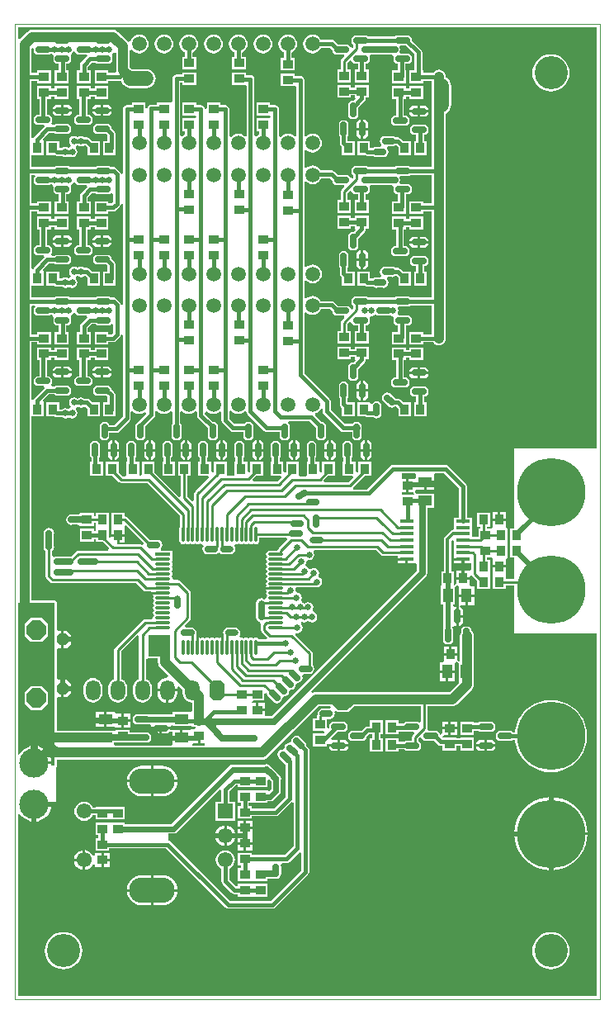
<source format=gtl>
G04*
G04 #@! TF.GenerationSoftware,Altium Limited,Altium Designer,20.0.13 (296)*
G04*
G04 Layer_Physical_Order=1*
G04 Layer_Color=255*
%FSLAX24Y24*%
%MOIN*%
G70*
G01*
G75*
%ADD14C,0.0010*%
%ADD15R,0.0394X0.0354*%
%ADD16R,0.0354X0.0394*%
G04:AMPARAMS|DCode=17|XSize=23.6mil|YSize=57.1mil|CornerRadius=0mil|HoleSize=0mil|Usage=FLASHONLY|Rotation=90.000|XOffset=0mil|YOffset=0mil|HoleType=Round|Shape=Octagon|*
%AMOCTAGOND17*
4,1,8,-0.0285,-0.0059,-0.0285,0.0059,-0.0226,0.0118,0.0226,0.0118,0.0285,0.0059,0.0285,-0.0059,0.0226,-0.0118,-0.0226,-0.0118,-0.0285,-0.0059,0.0*
%
%ADD17OCTAGOND17*%

G04:AMPARAMS|DCode=18|XSize=23.6mil|YSize=57.1mil|CornerRadius=0mil|HoleSize=0mil|Usage=FLASHONLY|Rotation=180.000|XOffset=0mil|YOffset=0mil|HoleType=Round|Shape=Octagon|*
%AMOCTAGOND18*
4,1,8,0.0059,-0.0285,-0.0059,-0.0285,-0.0118,-0.0226,-0.0118,0.0226,-0.0059,0.0285,0.0059,0.0285,0.0118,0.0226,0.0118,-0.0226,0.0059,-0.0285,0.0*
%
%ADD18OCTAGOND18*%

%ADD19R,0.0413X0.0551*%
%ADD20R,0.0630X0.0118*%
%ADD21O,0.0630X0.0118*%
%ADD22O,0.0118X0.0630*%
%ADD23R,0.0551X0.0138*%
%ADD24R,0.0551X0.0413*%
G04:AMPARAMS|DCode=38|XSize=102.4mil|YSize=185mil|CornerRadius=51.2mil|HoleSize=0mil|Usage=FLASHONLY|Rotation=270.000|XOffset=0mil|YOffset=0mil|HoleType=Round|Shape=RoundedRectangle|*
%AMROUNDEDRECTD38*
21,1,0.1024,0.0827,0,0,270.0*
21,1,0.0000,0.1850,0,0,270.0*
1,1,0.1024,-0.0413,0.0000*
1,1,0.1024,-0.0413,0.0000*
1,1,0.1024,0.0413,0.0000*
1,1,0.1024,0.0413,0.0000*
%
%ADD38ROUNDEDRECTD38*%
%ADD39C,0.0610*%
%ADD40R,0.0610X0.0610*%
%ADD44C,0.0300*%
%ADD45C,0.0200*%
%ADD46C,0.0400*%
%ADD47C,0.0250*%
%ADD48C,0.0115*%
%ADD49C,0.0100*%
%ADD50C,0.0150*%
%ADD51C,0.0600*%
%ADD52C,0.0220*%
%ADD53C,0.0120*%
%ADD54C,0.1181*%
%ADD55C,0.2756*%
%ADD56P,0.0533X8X112.5*%
%ADD57P,0.0852X8X112.5*%
%ADD58C,0.0591*%
G04:AMPARAMS|DCode=59|XSize=59.1mil|YSize=78.7mil|CornerRadius=0mil|HoleSize=0mil|Usage=FLASHONLY|Rotation=180.000|XOffset=0mil|YOffset=0mil|HoleType=Round|Shape=Octagon|*
%AMOCTAGOND59*
4,1,8,0.0148,-0.0394,-0.0148,-0.0394,-0.0295,-0.0246,-0.0295,0.0246,-0.0148,0.0394,0.0148,0.0394,0.0295,0.0246,0.0295,-0.0246,0.0148,-0.0394,0.0*
%
%ADD59OCTAGOND59*%

%ADD60O,0.0591X0.0827*%
%ADD61C,0.0256*%
%ADD62C,0.1339*%
G36*
X823Y33207D02*
X786Y33170D01*
Y32972D01*
X885Y32873D01*
X1418D01*
X1458Y32913D01*
X1476D01*
X1525Y32880D01*
X1537Y32859D01*
X1554Y32796D01*
Y32598D01*
X1653Y32499D01*
X1771D01*
Y32226D01*
X1613D01*
Y31711D01*
X2167D01*
Y32226D01*
X2087D01*
Y32499D01*
X2186D01*
X2285Y32598D01*
Y32796D01*
X2275Y32805D01*
X2290Y32904D01*
X2315Y32921D01*
X2360Y32987D01*
X2366Y32989D01*
X2440Y32974D01*
Y32972D01*
X2539Y32873D01*
X2893D01*
X2906Y32855D01*
X2924Y32793D01*
X2684Y32553D01*
X2649Y32501D01*
X2637Y32441D01*
Y32226D01*
X2518D01*
Y31711D01*
X3072D01*
Y32226D01*
X2953D01*
Y32375D01*
X3117Y32539D01*
X3266D01*
X3306Y32499D01*
X3839D01*
X3896Y32555D01*
X3976Y32522D01*
Y32191D01*
X3911Y32127D01*
X3781D01*
Y32226D01*
X3227D01*
Y31711D01*
X3781D01*
Y31810D01*
X3976D01*
X4037Y31823D01*
X4088Y31857D01*
X4246Y32014D01*
X4280Y32066D01*
X4289Y32110D01*
X4369Y32102D01*
Y30669D01*
Y28055D01*
X4289Y28048D01*
X4280Y28092D01*
X4246Y28143D01*
X4108Y28281D01*
X4057Y28315D01*
X3996Y28327D01*
X3879D01*
X3839Y28367D01*
X3306D01*
X3266Y28327D01*
X2226D01*
X2186Y28367D01*
X1653D01*
X1613Y28327D01*
X676D01*
Y28818D01*
X1163D01*
Y29371D01*
X1163D01*
X1132Y29451D01*
X1384Y29704D01*
X1613D01*
X1653Y29664D01*
X2186D01*
X2285Y29763D01*
Y29961D01*
X2186Y30060D01*
X1653D01*
X1613Y30020D01*
X1513D01*
X1480Y30100D01*
X1517Y30137D01*
Y30335D01*
X1418Y30434D01*
X1310D01*
Y31081D01*
X1458D01*
Y31181D01*
X1613D01*
Y31081D01*
X2167D01*
Y31596D01*
X1613D01*
Y31497D01*
X1458D01*
Y31596D01*
X904D01*
Y31081D01*
X994D01*
Y30434D01*
X885D01*
X786Y30335D01*
Y30137D01*
X885Y30038D01*
X1161D01*
X1174Y30020D01*
X1191Y29958D01*
X794Y29561D01*
X760Y29509D01*
X756Y29492D01*
X676Y29500D01*
Y31810D01*
X904D01*
Y31711D01*
X1458D01*
Y32226D01*
X904D01*
Y32127D01*
X676D01*
Y33287D01*
X790D01*
X823Y33207D01*
D02*
G37*
G36*
X16844Y32127D02*
X16497D01*
Y32226D01*
X15944D01*
Y31711D01*
X16497D01*
Y31810D01*
X16844D01*
Y28327D01*
X15966D01*
X15926Y28367D01*
X15393D01*
X15353Y28327D01*
X14273D01*
X14233Y28367D01*
X13700D01*
X13601Y28268D01*
Y28070D01*
X13686Y27985D01*
Y27898D01*
X13639Y27860D01*
X13564Y27892D01*
Y27894D01*
X13465Y27993D01*
X13057D01*
X12907Y28143D01*
X12856Y28177D01*
X12795Y28190D01*
X12358D01*
X12351Y28205D01*
X12291Y28283D01*
X12213Y28344D01*
X12122Y28381D01*
X12024Y28394D01*
X11926Y28381D01*
X11834Y28344D01*
X11770Y28294D01*
X11720Y28308D01*
X11690Y28328D01*
Y28979D01*
X11720Y28999D01*
X11770Y29013D01*
X11834Y28964D01*
X11926Y28926D01*
X12024Y28913D01*
X12122Y28926D01*
X12213Y28964D01*
X12291Y29024D01*
X12351Y29102D01*
X12389Y29193D01*
X12402Y29291D01*
X12389Y29389D01*
X12351Y29481D01*
X12291Y29559D01*
X12213Y29619D01*
X12122Y29657D01*
X12024Y29670D01*
X11926Y29657D01*
X11834Y29619D01*
X11770Y29569D01*
X11720Y29583D01*
X11690Y29604D01*
Y31850D01*
Y32979D01*
X11720Y32999D01*
X11770Y33013D01*
X11834Y32964D01*
X11926Y32926D01*
X12024Y32913D01*
X12122Y32926D01*
X12213Y32964D01*
X12291Y33024D01*
X12351Y33102D01*
X12371Y33149D01*
X12730D01*
X12833Y33045D01*
Y32972D01*
X12932Y32873D01*
X13289D01*
X13320Y32799D01*
X13213Y32692D01*
X13185Y32649D01*
X13175Y32598D01*
Y32265D01*
X13030D01*
Y31751D01*
X13584D01*
Y32265D01*
X13440D01*
Y32544D01*
X13527Y32631D01*
X13601Y32600D01*
Y32598D01*
X13700Y32499D01*
X13858D01*
Y32265D01*
X13739D01*
Y31751D01*
X14293D01*
Y32265D01*
X14174D01*
Y32499D01*
X14233D01*
X14332Y32598D01*
Y32796D01*
X14359Y32862D01*
X14394D01*
X14409Y32859D01*
X14425Y32862D01*
X15247D01*
X15294Y32796D01*
Y32598D01*
X15393Y32499D01*
X15472D01*
Y32226D01*
X15235D01*
Y31711D01*
X15789D01*
Y32226D01*
X15788D01*
Y32499D01*
X15926D01*
X16025Y32598D01*
Y32796D01*
X15926Y32895D01*
X15583D01*
X15540Y32975D01*
X15550Y32990D01*
X15566Y33071D01*
X15550Y33152D01*
X15540Y33167D01*
X15583Y33247D01*
X15926D01*
X15966Y33287D01*
X16844D01*
Y32127D01*
D02*
G37*
G36*
X23490Y22244D02*
X20177D01*
Y19017D01*
X20018D01*
Y18463D01*
X20018D01*
Y18387D01*
X20018D01*
Y17833D01*
X20177D01*
Y16983D01*
X19824D01*
X19824Y17112D01*
X19844Y17183D01*
X19844Y17199D01*
Y17430D01*
X19567D01*
X19290D01*
Y17199D01*
X19290Y17183D01*
X19310Y17112D01*
X19310Y17103D01*
Y16574D01*
X19824D01*
Y16718D01*
X20177D01*
Y14764D01*
X23490D01*
X23490Y132D01*
X132D01*
Y7466D01*
X206Y7487D01*
X212Y7487D01*
X297Y7383D01*
X402Y7297D01*
X522Y7233D01*
X652Y7193D01*
X737Y7185D01*
Y7874D01*
X787D01*
Y7924D01*
X1487D01*
X1531Y7972D01*
X1673D01*
Y9393D01*
X1690Y9418D01*
X1696Y9449D01*
Y9678D01*
X10000D01*
X10073Y9688D01*
X10141Y9716D01*
X10200Y9761D01*
X12282Y11844D01*
X12751D01*
X12768Y11819D01*
X12720Y11747D01*
X12717Y11747D01*
X12701Y11744D01*
X12456D01*
X12441Y11747D01*
X12360Y11731D01*
X12291Y11685D01*
X12245Y11617D01*
X12229Y11535D01*
X12233Y11515D01*
X12229Y11511D01*
X12200Y11468D01*
X12190Y11417D01*
Y11360D01*
X12046D01*
Y10845D01*
X12468D01*
X12508Y10765D01*
X12481Y10730D01*
X12046D01*
Y10215D01*
X12600D01*
Y10320D01*
X12615Y10328D01*
X12652Y10306D01*
X13031D01*
Y10474D01*
X12819D01*
X12772Y10541D01*
X13037Y10806D01*
X13347D01*
X13446Y10905D01*
Y11103D01*
X13347Y11202D01*
X12814D01*
X12715Y11103D01*
Y10964D01*
X12680Y10937D01*
X12600Y10977D01*
Y11326D01*
X12701D01*
X12717Y11323D01*
X12798Y11340D01*
X12866Y11386D01*
X12912Y11454D01*
X12929Y11535D01*
X12917Y11594D01*
X12978Y11645D01*
X12982Y11647D01*
X13029Y11615D01*
X13110Y11599D01*
X13125Y11602D01*
X13371D01*
X13386Y11599D01*
X13467Y11615D01*
X13536Y11661D01*
X13544Y11674D01*
X13714Y11844D01*
X16403D01*
Y11212D01*
X16323Y11179D01*
X16300Y11202D01*
X15767D01*
X15707Y11142D01*
X15493D01*
Y11261D01*
X14979D01*
Y10707D01*
X15493D01*
Y10826D01*
X15747D01*
X15767Y10806D01*
X16104D01*
X16135Y10732D01*
X16087Y10684D01*
X16059Y10641D01*
X16049Y10591D01*
Y10454D01*
X15767D01*
X15727Y10414D01*
X15493D01*
Y10552D01*
X14979D01*
Y9999D01*
X15493D01*
Y10098D01*
X15727D01*
X15767Y10058D01*
X16300D01*
X16399Y10157D01*
Y10355D01*
X16314Y10440D01*
Y10527D01*
X16361Y10566D01*
X16436Y10533D01*
Y10531D01*
X16535Y10432D01*
X16943D01*
X17093Y10282D01*
X17144Y10248D01*
X17205Y10236D01*
X17282D01*
Y10058D01*
X17836D01*
Y10236D01*
X17991D01*
Y10058D01*
X18545D01*
Y10572D01*
X17991D01*
Y10552D01*
X17836D01*
Y10572D01*
X17290D01*
X17281Y10583D01*
X17277Y10607D01*
X17323Y10661D01*
X17348Y10668D01*
X17509D01*
Y10895D01*
X17262D01*
Y10748D01*
X17262Y10740D01*
X17182Y10688D01*
X17167Y10695D01*
Y10729D01*
X17068Y10828D01*
X16710D01*
X16688Y10856D01*
X16661Y10908D01*
X16668Y10945D01*
Y11844D01*
X17677D01*
X17750Y11853D01*
X17818Y11881D01*
X17877Y11926D01*
X18467Y12517D01*
X18512Y12575D01*
X18541Y12643D01*
X18550Y12717D01*
Y14685D01*
X18541Y14758D01*
X18512Y14826D01*
X18467Y14885D01*
X18446Y14901D01*
Y14961D01*
X18347Y15060D01*
X18149D01*
X18050Y14961D01*
Y14861D01*
X18023Y14826D01*
X17995Y14758D01*
X17985Y14685D01*
Y14214D01*
X17971D01*
Y13660D01*
X17971D01*
X17971Y13658D01*
X17949Y13649D01*
X17876Y13706D01*
Y13887D01*
X17598D01*
X17321D01*
Y13684D01*
X17321Y13640D01*
X17256Y13604D01*
X17154D01*
Y13278D01*
X17461D01*
X17767D01*
Y13569D01*
X17838Y13627D01*
X17867Y13627D01*
X17887Y13619D01*
X17899Y13607D01*
X17922Y13558D01*
X17922Y13508D01*
Y12873D01*
X17922D01*
X17945Y12793D01*
X17560Y12408D01*
X12165D01*
X12092Y12399D01*
X12024Y12371D01*
X11984Y12436D01*
X16604Y17057D01*
X16604Y17057D01*
X16650Y17125D01*
X16666Y17205D01*
Y19851D01*
X16930D01*
Y20424D01*
X16224D01*
X16205Y20439D01*
X16163Y20481D01*
Y20514D01*
X16199Y20579D01*
X16243Y20579D01*
X16525D01*
Y20886D01*
X16575D01*
Y20936D01*
X16950D01*
Y21179D01*
X16950Y21193D01*
X16982Y21259D01*
X17336D01*
X17942Y20653D01*
Y19460D01*
X17745D01*
Y18999D01*
X17697Y18942D01*
X17642Y18931D01*
X17596Y18900D01*
X17596Y18900D01*
X17379Y18684D01*
X17348Y18637D01*
X17338Y18583D01*
X17338Y18583D01*
Y17285D01*
X17223D01*
Y16731D01*
X17223D01*
X17214Y16655D01*
X17213D01*
Y15944D01*
X17316D01*
Y14976D01*
X17302Y14961D01*
Y14428D01*
X17401Y14329D01*
X17599D01*
X17698Y14428D01*
Y14961D01*
X17684Y14976D01*
Y15054D01*
X17757Y15085D01*
X17765Y15077D01*
X17824D01*
Y15463D01*
Y15848D01*
X17780D01*
X17710Y15905D01*
X17718Y15944D01*
X17787D01*
Y16650D01*
X17801Y16669D01*
X17843Y16711D01*
X17876D01*
X17941Y16675D01*
X17941Y16631D01*
Y16349D01*
X18248D01*
Y16299D01*
D01*
Y16349D01*
X18555D01*
Y16675D01*
X18452D01*
X18387Y16711D01*
X18387Y16755D01*
Y16958D01*
X18110D01*
X17833D01*
Y16777D01*
X17753Y16723D01*
X17738Y16729D01*
X17737Y16731D01*
X17737D01*
Y17285D01*
X17623D01*
Y18515D01*
X17669Y18552D01*
X17745Y18519D01*
Y17944D01*
X17725D01*
Y17826D01*
X18100D01*
Y17776D01*
X18150D01*
Y17607D01*
X18450D01*
Y17346D01*
X18387Y17305D01*
X18370Y17305D01*
X18160D01*
Y17058D01*
X18387D01*
Y17091D01*
X18424Y17103D01*
X18467Y17104D01*
X18489Y17072D01*
X18680Y16881D01*
Y16574D01*
X19194D01*
Y17123D01*
X19194Y17127D01*
X19194D01*
X19194Y17203D01*
X19194D01*
Y17757D01*
X19070D01*
Y17853D01*
X19280D01*
X19290Y17777D01*
X19290Y17773D01*
Y17530D01*
X19567D01*
X19844D01*
Y17753D01*
X19844Y17777D01*
X19901Y17833D01*
X19903D01*
Y18387D01*
X19903D01*
Y18463D01*
X19903D01*
Y19017D01*
X19901D01*
X19844Y19073D01*
X19844Y19097D01*
Y19320D01*
X19567D01*
X19290D01*
Y19077D01*
X19290Y19073D01*
X19280Y18997D01*
X19070D01*
Y19093D01*
X19194D01*
Y19647D01*
X18680D01*
Y19093D01*
X18804D01*
Y18997D01*
X18739D01*
Y18676D01*
X18456D01*
Y19162D01*
Y19460D01*
X18258D01*
Y20719D01*
X18246Y20779D01*
X18212Y20830D01*
X17513Y21529D01*
X17462Y21563D01*
X17402Y21575D01*
X15276D01*
X15215Y21563D01*
X15164Y21529D01*
X14226Y20591D01*
X13684D01*
X13673Y20605D01*
X13654Y20671D01*
X14123Y21140D01*
X14391D01*
Y21694D01*
X13877D01*
Y21290D01*
X13841Y21262D01*
X13761Y21301D01*
Y21694D01*
X13603D01*
Y21869D01*
X13643Y21909D01*
Y22442D01*
X13544Y22541D01*
X13346D01*
X13247Y22442D01*
Y21909D01*
X13287Y21869D01*
Y21694D01*
X13247D01*
Y21140D01*
X13644D01*
X13674Y21067D01*
X13488Y20881D01*
X12520D01*
X12487Y20961D01*
X12666Y21140D01*
X12934D01*
Y21694D01*
X12420D01*
Y21290D01*
X12384Y21262D01*
X12304Y21301D01*
Y21694D01*
X12146D01*
Y21869D01*
X12186Y21909D01*
Y22442D01*
X12087Y22541D01*
X11889D01*
X11790Y22442D01*
Y21909D01*
X11830Y21869D01*
Y21694D01*
X11790D01*
Y21140D01*
X11720Y21117D01*
X11548D01*
X11478Y21140D01*
Y21694D01*
X10963D01*
Y21290D01*
X10928Y21262D01*
X10848Y21301D01*
Y21694D01*
X10690D01*
Y21869D01*
X10730Y21909D01*
Y22442D01*
X10631Y22541D01*
X10432D01*
X10333Y22442D01*
Y21909D01*
X10373Y21869D01*
Y21694D01*
X10333D01*
Y21140D01*
X10730D01*
X10761Y21067D01*
X10614Y20920D01*
X9646D01*
X9613Y21000D01*
X9753Y21140D01*
X10021D01*
Y21694D01*
X9507D01*
Y21302D01*
X9471Y21275D01*
X9391Y21315D01*
Y21694D01*
X9233D01*
Y21869D01*
X9273Y21909D01*
Y22442D01*
X9174Y22541D01*
X8976D01*
X8877Y22442D01*
Y21909D01*
X8917Y21869D01*
Y21694D01*
X8877D01*
Y21156D01*
X8564D01*
Y21694D01*
X8050D01*
Y21290D01*
X8014Y21262D01*
X7934Y21301D01*
Y21694D01*
X7776D01*
Y21869D01*
X7816Y21909D01*
Y22442D01*
X7717Y22541D01*
X7519D01*
X7420Y22442D01*
Y21909D01*
X7460Y21869D01*
Y21694D01*
X7420D01*
Y21140D01*
X7817D01*
X7848Y21067D01*
X7288Y20507D01*
X7259Y20464D01*
X7249Y20413D01*
Y20129D01*
X7175Y20099D01*
X6983Y20291D01*
Y21140D01*
X7108D01*
Y21694D01*
X6593D01*
Y21140D01*
X6718D01*
Y20315D01*
X6638Y20282D01*
X5651Y21269D01*
Y21694D01*
X5137D01*
Y21182D01*
X5079Y21149D01*
X5021Y21182D01*
Y21694D01*
X4863D01*
Y21869D01*
X4903Y21909D01*
Y22442D01*
X4804Y22541D01*
X4606D01*
X4507Y22442D01*
Y21909D01*
X4547Y21869D01*
Y21694D01*
X4507D01*
Y21197D01*
X4507Y21140D01*
X4436Y21117D01*
X4346D01*
X4194Y21269D01*
Y21694D01*
X3680D01*
Y21140D01*
X3948D01*
X4198Y20891D01*
X4241Y20862D01*
X4291Y20852D01*
X5339D01*
X6659Y19532D01*
Y19082D01*
X6650Y19035D01*
Y18524D01*
X6660Y18469D01*
X6691Y18423D01*
X6737Y18393D01*
X6791Y18382D01*
X6846Y18393D01*
X6890Y18422D01*
X6934Y18393D01*
X6988Y18382D01*
X7042Y18393D01*
X7087Y18422D01*
X7131Y18393D01*
X7185Y18382D01*
X7239Y18393D01*
X7283Y18422D01*
X7328Y18393D01*
X7382Y18382D01*
X7436Y18393D01*
X7480Y18422D01*
X7524Y18393D01*
X7579Y18382D01*
X7626Y18310D01*
X7599Y18270D01*
X7583Y18189D01*
X7599Y18108D01*
X7645Y18039D01*
X7714Y17993D01*
X7795Y17977D01*
X7810Y17980D01*
X8056D01*
X8071Y17977D01*
X8152Y17993D01*
X8192Y18020D01*
X8248Y18033D01*
X8304Y18020D01*
X8344Y17993D01*
X8425Y17977D01*
X8440Y17980D01*
X8661D01*
X8674Y17982D01*
X8701Y17977D01*
X8782Y17993D01*
X8851Y18039D01*
X8897Y18108D01*
X8913Y18189D01*
X8897Y18270D01*
X8859Y18326D01*
X8899Y18388D01*
X8904Y18392D01*
X8957Y18382D01*
X9011Y18393D01*
X9055Y18422D01*
X9099Y18393D01*
X9154Y18382D01*
X9208Y18393D01*
X9252Y18422D01*
X9296Y18393D01*
X9350Y18382D01*
X9405Y18393D01*
X9449Y18422D01*
X9493Y18393D01*
X9547Y18382D01*
X9602Y18393D01*
X9646Y18422D01*
X9690Y18393D01*
X9744Y18382D01*
X9798Y18393D01*
X9844Y18423D01*
X9875Y18469D01*
X9886Y18524D01*
Y18647D01*
X10984D01*
X11017Y18567D01*
X10654Y18204D01*
X10626Y18161D01*
X10616Y18114D01*
X10295D01*
X10241Y18103D01*
X10195Y18073D01*
X10164Y18027D01*
X10153Y17972D01*
X10164Y17918D01*
X10194Y17874D01*
X10164Y17830D01*
X10153Y17776D01*
X10164Y17721D01*
X10194Y17677D01*
X10164Y17633D01*
X10153Y17579D01*
X10164Y17524D01*
X10194Y17480D01*
X10164Y17436D01*
X10153Y17382D01*
X10164Y17328D01*
X10194Y17283D01*
X10164Y17239D01*
X10153Y17185D01*
X10164Y17131D01*
X10194Y17087D01*
X10164Y17042D01*
X10153Y16988D01*
X10164Y16934D01*
X10194Y16890D01*
X10164Y16846D01*
X10153Y16791D01*
X10164Y16737D01*
X10182Y16710D01*
X10181Y16709D01*
X10145Y16657D01*
X10143Y16644D01*
X10551D01*
Y16544D01*
X10143D01*
X10145Y16532D01*
X10181Y16480D01*
X10182Y16479D01*
X10164Y16452D01*
X10153Y16398D01*
X10164Y16343D01*
X10194Y16299D01*
X10164Y16255D01*
X10153Y16201D01*
X10125Y16173D01*
X10081Y16154D01*
X10042Y16180D01*
X9961Y16196D01*
X9879Y16180D01*
X9811Y16134D01*
X9765Y16065D01*
X9749Y15984D01*
X9754Y15957D01*
X9752Y15945D01*
Y15724D01*
X9749Y15709D01*
X9752Y15694D01*
Y15448D01*
X9749Y15433D01*
X9765Y15352D01*
X9811Y15283D01*
X9879Y15237D01*
X9903Y15233D01*
X9916Y15216D01*
X9951Y15144D01*
X9946Y15118D01*
Y14921D01*
X9956Y14871D01*
X9985Y14828D01*
X10204Y14608D01*
X10185Y14542D01*
X10175Y14528D01*
X9872D01*
X9844Y14569D01*
X9798Y14599D01*
X9744Y14610D01*
X9690Y14599D01*
X9646Y14570D01*
X9602Y14599D01*
X9547Y14610D01*
X9493Y14599D01*
X9449Y14570D01*
X9405Y14599D01*
X9350Y14610D01*
X9296Y14599D01*
X9252Y14570D01*
X9208Y14599D01*
X9154Y14610D01*
X9101Y14600D01*
X9096Y14604D01*
X9056Y14666D01*
X9094Y14722D01*
X9110Y14803D01*
X9094Y14884D01*
X9048Y14953D01*
X8979Y14999D01*
X8898Y15015D01*
X8870Y15010D01*
X8858Y15012D01*
X8637D01*
X8622Y15015D01*
X8541Y14999D01*
X8472Y14953D01*
X8426Y14884D01*
X8410Y14803D01*
X8423Y14739D01*
Y14677D01*
X8366Y14631D01*
X8304Y14618D01*
X8251Y14583D01*
X8250Y14582D01*
X8224Y14599D01*
X8169Y14610D01*
X8115Y14599D01*
X8071Y14570D01*
X8027Y14599D01*
X7972Y14610D01*
X7918Y14599D01*
X7874Y14570D01*
X7830Y14599D01*
X7776Y14610D01*
X7721Y14599D01*
X7677Y14570D01*
X7633Y14599D01*
X7579Y14610D01*
X7524Y14599D01*
X7498Y14582D01*
X7497Y14583D01*
X7444Y14618D01*
X7382Y14631D01*
X7325Y14677D01*
Y14739D01*
X7338Y14803D01*
X7322Y14884D01*
X7276Y14953D01*
X7207Y14999D01*
X7126Y15015D01*
X7111Y15012D01*
X6898D01*
X6867Y15088D01*
X6867Y15094D01*
X7068Y15295D01*
X7098Y15340D01*
X7109Y15394D01*
Y16417D01*
X7098Y16471D01*
X7068Y16516D01*
X6694Y16890D01*
X6648Y16921D01*
X6594Y16932D01*
X6452D01*
X6382Y16988D01*
X6371Y17042D01*
X6342Y17087D01*
X6371Y17131D01*
X6382Y17185D01*
X6371Y17239D01*
X6342Y17283D01*
X6371Y17328D01*
X6382Y17382D01*
X6371Y17436D01*
X6342Y17480D01*
X6371Y17524D01*
X6382Y17579D01*
X6371Y17633D01*
X6342Y17677D01*
X6371Y17721D01*
X6378Y17754D01*
X6382Y17776D01*
X6379Y17833D01*
X6379Y17833D01*
Y18111D01*
X5915D01*
X5890Y18191D01*
X5898Y18197D01*
X5944Y18265D01*
X5960Y18346D01*
X5944Y18428D01*
X5898Y18496D01*
X5829Y18542D01*
X5748Y18558D01*
X5733Y18555D01*
X5488D01*
X5472Y18558D01*
X5452Y18554D01*
X4543Y19464D01*
X4500Y19493D01*
X4449Y19503D01*
X4430D01*
Y19647D01*
X3916D01*
X3916Y19109D01*
X3896Y19037D01*
X3896Y19022D01*
Y18790D01*
X4173D01*
Y18740D01*
D01*
Y18790D01*
X4450D01*
Y19022D01*
X4450Y19037D01*
X4433Y19098D01*
X4504Y19127D01*
X5217Y18414D01*
X5214Y18391D01*
X5130Y18351D01*
X5127Y18351D01*
X5079Y18361D01*
X4106D01*
X4104Y18363D01*
X4123Y18399D01*
Y18690D01*
X3896D01*
Y18680D01*
X3816Y18637D01*
X3800Y18648D01*
Y19013D01*
X3800Y19017D01*
Y19093D01*
X3800Y19097D01*
Y19647D01*
X3286D01*
Y19503D01*
X3190D01*
Y19627D01*
X2637D01*
Y19626D01*
X2559Y19582D01*
X2544Y19579D01*
X2299D01*
X2283Y19582D01*
X2202Y19566D01*
X2134Y19520D01*
X2088Y19451D01*
X2071Y19370D01*
X2088Y19289D01*
X2134Y19220D01*
X2202Y19174D01*
X2283Y19158D01*
X2299Y19161D01*
X2544D01*
X2559Y19158D01*
X2637Y19114D01*
Y19113D01*
X3190D01*
Y19238D01*
X3286D01*
Y19097D01*
X3286Y19093D01*
Y19017D01*
X3286Y19013D01*
Y18898D01*
X3190D01*
Y18997D01*
X2637D01*
Y18483D01*
X3190D01*
Y18582D01*
X3286D01*
Y18463D01*
X3554D01*
X3813Y18205D01*
X3779Y18125D01*
X2559D01*
X2508Y18115D01*
X2465Y18086D01*
X2265Y17885D01*
X2244Y17889D01*
X2229Y17886D01*
X1984D01*
X1969Y17889D01*
X1953Y17886D01*
X1708D01*
X1693Y17889D01*
X1612Y17873D01*
X1591Y17859D01*
X1511Y17902D01*
Y18106D01*
X1528Y18118D01*
X1574Y18187D01*
X1590Y18268D01*
X1587Y18283D01*
Y18528D01*
X1590Y18543D01*
X1587Y18558D01*
Y18804D01*
X1590Y18819D01*
X1574Y18900D01*
X1528Y18969D01*
X1459Y19015D01*
X1378Y19031D01*
X1297Y19015D01*
X1228Y18969D01*
X1182Y18900D01*
X1166Y18819D01*
X1169Y18804D01*
Y18558D01*
X1166Y18543D01*
X1169Y18528D01*
Y18283D01*
X1166Y18268D01*
X1182Y18187D01*
X1228Y18118D01*
X1245Y18106D01*
Y17087D01*
X1256Y17036D01*
X1284Y16993D01*
X1442Y16835D01*
X1485Y16807D01*
X1535Y16797D01*
X4906D01*
X5202Y16501D01*
X5245Y16472D01*
X5295Y16462D01*
X5497D01*
X5566Y16398D01*
X5579Y16336D01*
X5614Y16283D01*
X5615Y16282D01*
X5597Y16255D01*
X5587Y16201D01*
X5597Y16147D01*
X5627Y16102D01*
X5597Y16058D01*
X5587Y16004D01*
X5597Y15950D01*
X5627Y15906D01*
X5597Y15861D01*
X5587Y15807D01*
X5597Y15753D01*
X5627Y15709D01*
X5597Y15664D01*
X5587Y15610D01*
X5597Y15556D01*
X5627Y15512D01*
X5597Y15468D01*
X5587Y15413D01*
X5516Y15357D01*
X5256D01*
X5202Y15346D01*
X5157Y15316D01*
X4058Y14217D01*
X4028Y14172D01*
X4017Y14118D01*
Y12947D01*
X3968Y12926D01*
X3890Y12866D01*
X3830Y12788D01*
X3792Y12696D01*
X3779Y12598D01*
Y12362D01*
X3792Y12264D01*
X3830Y12173D01*
X3890Y12095D01*
X3968Y12034D01*
X4060Y11997D01*
X4157Y11984D01*
X4255Y11997D01*
X4347Y12034D01*
X4425Y12095D01*
X4485Y12173D01*
X4523Y12264D01*
X4536Y12362D01*
Y12598D01*
X4523Y12696D01*
X4485Y12788D01*
X4425Y12866D01*
X4347Y12926D01*
X4298Y12947D01*
Y14060D01*
X4937Y14700D01*
X5017Y14667D01*
Y12947D01*
X4968Y12926D01*
X4890Y12866D01*
X4830Y12788D01*
X4792Y12696D01*
X4779Y12598D01*
Y12362D01*
X4792Y12264D01*
X4830Y12173D01*
X4890Y12095D01*
X4968Y12034D01*
X5060Y11997D01*
X5157Y11984D01*
X5255Y11997D01*
X5347Y12034D01*
X5425Y12095D01*
X5485Y12173D01*
X5523Y12264D01*
X5536Y12362D01*
Y12598D01*
X5523Y12696D01*
X5485Y12788D01*
X5425Y12866D01*
X5347Y12926D01*
X5298Y12947D01*
Y13730D01*
X5323Y13751D01*
X5378Y13780D01*
X5394Y13777D01*
X5781D01*
Y13622D01*
X5790Y13549D01*
X5818Y13481D01*
X5863Y13422D01*
X6215Y13070D01*
X6178Y12994D01*
X6157Y12997D01*
X6054Y12984D01*
X5958Y12944D01*
X5876Y12880D01*
X5812Y12798D01*
X5772Y12702D01*
X5759Y12598D01*
Y12530D01*
X6157D01*
X6556D01*
Y12598D01*
X6553Y12619D01*
X6629Y12656D01*
X6779Y12507D01*
Y12362D01*
X6792Y12264D01*
X6830Y12173D01*
X6890Y12095D01*
X6968Y12034D01*
X7060Y11997D01*
X7157Y11984D01*
X7159Y11983D01*
Y11628D01*
X7088Y11606D01*
Y11606D01*
X6377D01*
Y11513D01*
X5399D01*
X5394Y11517D01*
X4862D01*
X4763Y11418D01*
Y11220D01*
X4862Y11121D01*
X5394D01*
X5399Y11125D01*
X5481D01*
X5510Y11054D01*
Y10995D01*
X5896D01*
X6281D01*
Y11013D01*
X6350Y11081D01*
X6377Y11076D01*
Y11032D01*
X7088D01*
Y11032D01*
X7164Y11023D01*
Y11003D01*
X7293D01*
X7310Y10987D01*
X7279Y10907D01*
X7144Y10907D01*
X7076Y10878D01*
X7064Y10878D01*
X6782D01*
Y10571D01*
X6732D01*
Y10521D01*
X6357D01*
X6357Y10264D01*
X6285Y10243D01*
X4080D01*
X4017Y10284D01*
Y10362D01*
X5128D01*
X5183Y10373D01*
X5394D01*
X5493Y10472D01*
Y10670D01*
X5394Y10769D01*
X5183D01*
X5128Y10780D01*
X4647D01*
Y10887D01*
X4093D01*
Y10867D01*
X4017Y10858D01*
Y10858D01*
X3306D01*
Y10853D01*
X1696D01*
X1696Y12188D01*
X1756Y12213D01*
X1879D01*
Y12559D01*
Y12905D01*
X1776D01*
X1696Y12953D01*
X1696Y14156D01*
X1756Y14181D01*
X1879D01*
Y14528D01*
Y14874D01*
X1776D01*
X1696Y14921D01*
X1696Y16024D01*
X1690Y16055D01*
X1672Y16081D01*
X1645Y16099D01*
X1614Y16105D01*
X676D01*
Y23542D01*
X1163D01*
Y24096D01*
X1163D01*
X1132Y24176D01*
X1384Y24429D01*
X1613D01*
X1653Y24389D01*
X2186D01*
X2285Y24488D01*
Y24686D01*
X2186Y24785D01*
X1653D01*
X1613Y24745D01*
X1513D01*
X1480Y24825D01*
X1517Y24862D01*
Y25060D01*
X1418Y25159D01*
X1310D01*
Y25806D01*
X1458D01*
Y25905D01*
X1613D01*
Y25806D01*
X2167D01*
Y26320D01*
X1613D01*
Y26221D01*
X1458D01*
Y26320D01*
X904D01*
Y25806D01*
X994D01*
Y25159D01*
X885D01*
X786Y25060D01*
Y24862D01*
X885Y24763D01*
X1161D01*
X1174Y24745D01*
X1191Y24683D01*
X794Y24285D01*
X760Y24234D01*
X756Y24217D01*
X676Y24225D01*
Y26535D01*
X904D01*
Y26436D01*
X1458D01*
Y26950D01*
X904D01*
Y26851D01*
X676D01*
Y27323D01*
X676Y27992D01*
X750Y28011D01*
X790D01*
X823Y27931D01*
X786Y27894D01*
Y27696D01*
X885Y27597D01*
X1418D01*
X1458Y27637D01*
X1476D01*
X1525Y27605D01*
X1537Y27583D01*
X1554Y27520D01*
Y27322D01*
X1653Y27223D01*
X1771D01*
Y26950D01*
X1613D01*
Y26436D01*
X2167D01*
Y26950D01*
X2087D01*
Y27223D01*
X2186D01*
X2285Y27322D01*
Y27520D01*
X2275Y27530D01*
X2290Y27628D01*
X2315Y27645D01*
X2360Y27712D01*
X2366Y27713D01*
X2440Y27699D01*
Y27696D01*
X2539Y27597D01*
X2893D01*
X2906Y27579D01*
X2924Y27517D01*
X2684Y27277D01*
X2649Y27226D01*
X2637Y27165D01*
Y26950D01*
X2518D01*
Y26436D01*
X3072D01*
Y26950D01*
X2953D01*
Y27100D01*
X3117Y27263D01*
X3266D01*
X3306Y27223D01*
X3839D01*
X3896Y27280D01*
X3976Y27247D01*
Y26916D01*
X3911Y26851D01*
X3781D01*
Y26950D01*
X3227D01*
Y26436D01*
X3781D01*
Y26535D01*
X3976D01*
X4037Y26547D01*
X4088Y26581D01*
X4246Y26739D01*
X4280Y26790D01*
X4289Y26834D01*
X4369Y26826D01*
Y25394D01*
Y23529D01*
X4029Y23190D01*
X3820D01*
Y23209D01*
X3721Y23308D01*
X3523D01*
X3424Y23209D01*
Y22677D01*
X3523Y22577D01*
X3721D01*
X3820Y22677D01*
Y22873D01*
X4094D01*
X4155Y22885D01*
X4206Y22920D01*
X4638Y23352D01*
X4673Y23403D01*
X4685Y23464D01*
Y23709D01*
X4729Y23733D01*
X4765Y23741D01*
X4834Y23688D01*
X4926Y23650D01*
X5024Y23637D01*
X5122Y23650D01*
X5213Y23688D01*
X5226Y23698D01*
X5319Y23668D01*
X5323Y23656D01*
X5318Y23632D01*
X4995Y23308D01*
X4980D01*
X4881Y23209D01*
Y22677D01*
X4980Y22577D01*
X5178D01*
X5277Y22677D01*
Y23143D01*
X5624Y23490D01*
X5658Y23541D01*
X5670Y23602D01*
Y23729D01*
X5750Y23756D01*
X5756Y23748D01*
X5834Y23688D01*
X5926Y23650D01*
X6024Y23637D01*
X6122Y23650D01*
X6213Y23688D01*
X6288Y23745D01*
X6305Y23743D01*
X6368Y23716D01*
Y23240D01*
X6337Y23209D01*
Y22677D01*
X6436Y22577D01*
X6634D01*
X6734Y22677D01*
Y23209D01*
X6684Y23259D01*
Y23711D01*
X6732Y23736D01*
X6764Y23742D01*
X6834Y23688D01*
X6926Y23650D01*
X7024Y23637D01*
X7122Y23650D01*
X7213Y23688D01*
X7282Y23741D01*
X7320Y23732D01*
X7362Y23708D01*
Y23583D01*
X7374Y23522D01*
X7408Y23471D01*
X7794Y23085D01*
Y22677D01*
X7893Y22577D01*
X8091D01*
X8190Y22677D01*
Y23209D01*
X8091Y23308D01*
X8018D01*
X7681Y23645D01*
X7689Y23718D01*
X7760Y23745D01*
X7834Y23688D01*
X7926Y23650D01*
X8024Y23637D01*
X8122Y23650D01*
X8213Y23688D01*
X8266Y23729D01*
X8346Y23695D01*
Y23386D01*
X8358Y23325D01*
X8392Y23274D01*
X8707Y22959D01*
X8758Y22925D01*
X8819Y22913D01*
X9251D01*
Y22677D01*
X9350Y22577D01*
X9548D01*
X9647Y22677D01*
Y23209D01*
X9548Y23308D01*
X9350D01*
X9270Y23229D01*
X8884D01*
X8662Y23451D01*
Y23739D01*
X8742Y23766D01*
X8756Y23748D01*
X8834Y23688D01*
X8926Y23650D01*
X9024Y23637D01*
X9122Y23650D01*
X9213Y23688D01*
X9280Y23739D01*
X9309Y23738D01*
X9316Y23736D01*
X9364Y23712D01*
X9372Y23675D01*
X9406Y23624D01*
X10075Y22954D01*
X10127Y22920D01*
X10187Y22908D01*
X10707D01*
Y22677D01*
X10806Y22577D01*
X11005D01*
X11104Y22677D01*
Y23209D01*
X11047Y23266D01*
X11080Y23346D01*
X11903D01*
X12164Y23085D01*
Y22677D01*
X12263Y22577D01*
X12461D01*
X12560Y22677D01*
Y23209D01*
X12461Y23308D01*
X12388D01*
X12126Y23570D01*
X12125Y23591D01*
X12148Y23661D01*
X12213Y23688D01*
X12291Y23748D01*
X12351Y23826D01*
X12360Y23848D01*
X12440Y23832D01*
Y23740D01*
X12452Y23680D01*
X12487Y23628D01*
X13156Y22959D01*
X13207Y22925D01*
X13268Y22913D01*
X13621D01*
Y22677D01*
X13720Y22577D01*
X13918D01*
X14017Y22677D01*
Y23209D01*
X13918Y23308D01*
X13720D01*
X13640Y23229D01*
X13333D01*
X12756Y23806D01*
Y24134D01*
X12744Y24194D01*
X12710Y24246D01*
X11690Y25266D01*
Y26575D01*
Y27703D01*
X11720Y27724D01*
X11770Y27738D01*
X11834Y27688D01*
X11926Y27650D01*
X12024Y27637D01*
X12122Y27650D01*
X12213Y27688D01*
X12291Y27748D01*
X12351Y27826D01*
X12371Y27873D01*
X12730D01*
X12833Y27770D01*
Y27696D01*
X12932Y27597D01*
X13289D01*
X13320Y27523D01*
X13213Y27417D01*
X13185Y27374D01*
X13175Y27323D01*
Y26989D01*
X13030D01*
Y26475D01*
X13584D01*
Y26989D01*
X13440D01*
Y27268D01*
X13527Y27355D01*
X13601Y27325D01*
Y27322D01*
X13700Y27223D01*
X13858D01*
Y26989D01*
X13739D01*
Y26475D01*
X14293D01*
Y26989D01*
X14174D01*
Y27223D01*
X14233D01*
X14332Y27322D01*
Y27517D01*
X14332Y27521D01*
X14375Y27590D01*
X14409Y27583D01*
X14491Y27599D01*
X14559Y27645D01*
X14576Y27647D01*
X14625Y27597D01*
X15158D01*
X15174Y27613D01*
X15194Y27599D01*
X15249Y27589D01*
X15288Y27529D01*
X15294Y27505D01*
Y27322D01*
X15393Y27223D01*
X15472D01*
Y26950D01*
X15235D01*
Y26436D01*
X15789D01*
Y26950D01*
X15788D01*
Y27223D01*
X15926D01*
X16025Y27322D01*
Y27520D01*
X15926Y27619D01*
X15504D01*
X15462Y27699D01*
X15471Y27714D01*
X15488Y27795D01*
X15471Y27876D01*
X15462Y27891D01*
X15504Y27971D01*
X15926D01*
X15966Y28011D01*
X16844D01*
Y26851D01*
X16497D01*
Y26950D01*
X15944D01*
Y26436D01*
X16497D01*
Y26535D01*
X16894D01*
X16926Y26493D01*
X16985Y26448D01*
X17053Y26420D01*
X17126Y26411D01*
X17199Y26420D01*
X17267Y26448D01*
X17326Y26493D01*
X17371Y26552D01*
X17399Y26620D01*
X17408Y26693D01*
Y28169D01*
Y31969D01*
Y33445D01*
Y35759D01*
X17436Y35770D01*
X17515Y35831D01*
X17576Y35911D01*
X17614Y36003D01*
X17627Y36102D01*
Y36417D01*
Y36890D01*
X17614Y36989D01*
X17576Y37081D01*
X17515Y37161D01*
X17436Y37222D01*
X17408Y37233D01*
Y37244D01*
X17399Y37317D01*
X17371Y37385D01*
X17326Y37444D01*
X17267Y37489D01*
X17199Y37517D01*
X17126Y37527D01*
X17053Y37517D01*
X16985Y37489D01*
X16926Y37444D01*
X16894Y37402D01*
X16497D01*
Y37501D01*
X16456D01*
Y38228D01*
X16444Y38288D01*
X16410Y38340D01*
X16025Y38725D01*
Y38820D01*
X15926Y38919D01*
X15393D01*
X15352Y38878D01*
X14274D01*
X14233Y38919D01*
X13700D01*
X13601Y38820D01*
Y38621D01*
X13686Y38537D01*
Y38450D01*
X13640Y38414D01*
X13564Y38446D01*
X13465Y38545D01*
X13056D01*
X12906Y38694D01*
X12855Y38728D01*
X12794Y38740D01*
X12358D01*
X12351Y38756D01*
X12291Y38835D01*
X12213Y38895D01*
X12122Y38933D01*
X12024Y38945D01*
X11926Y38933D01*
X11834Y38895D01*
X11756Y38835D01*
X11696Y38756D01*
X11658Y38665D01*
X11645Y38567D01*
X11658Y38469D01*
X11696Y38378D01*
X11756Y38299D01*
X11834Y38239D01*
X11926Y38201D01*
X12024Y38188D01*
X12122Y38201D01*
X12213Y38239D01*
X12291Y38299D01*
X12351Y38378D01*
X12371Y38424D01*
X12729D01*
X12833Y38320D01*
Y38247D01*
X12932Y38148D01*
X13289D01*
X13320Y38074D01*
X13213Y37967D01*
X13184Y37924D01*
X13174Y37873D01*
Y37541D01*
X13030D01*
Y37026D01*
X13584D01*
Y37541D01*
X13439D01*
Y37819D01*
X13527Y37907D01*
X13601Y37876D01*
Y37873D01*
X13700Y37774D01*
X13857D01*
Y37541D01*
X13739D01*
Y37026D01*
X14293D01*
Y37541D01*
X14173D01*
Y37774D01*
X14233D01*
X14332Y37873D01*
Y38071D01*
X14359Y38137D01*
X14393D01*
X14409Y38134D01*
X14424Y38137D01*
X15246D01*
X15294Y38071D01*
Y37873D01*
X15393Y37774D01*
X15471D01*
Y37501D01*
X15235D01*
Y36987D01*
X15789D01*
Y37501D01*
X15787D01*
Y37774D01*
X15926D01*
X16025Y37873D01*
Y38071D01*
X15926Y38171D01*
X15583D01*
X15540Y38251D01*
X15549Y38265D01*
X15566Y38346D01*
X15549Y38427D01*
X15539Y38442D01*
X15582Y38522D01*
X15780D01*
X16140Y38162D01*
Y37501D01*
X15944D01*
Y36987D01*
X16497D01*
Y37086D01*
X16844D01*
Y33603D01*
X15966D01*
X15926Y33643D01*
X15393D01*
X15353Y33603D01*
X14273D01*
X14233Y33643D01*
X13700D01*
X13601Y33544D01*
Y33346D01*
X13686Y33261D01*
Y33173D01*
X13639Y33135D01*
X13564Y33168D01*
Y33170D01*
X13465Y33269D01*
X13057D01*
X12907Y33419D01*
X12856Y33453D01*
X12795Y33465D01*
X12358D01*
X12351Y33481D01*
X12291Y33559D01*
X12213Y33619D01*
X12122Y33657D01*
X12024Y33670D01*
X11926Y33657D01*
X11834Y33619D01*
X11770Y33569D01*
X11720Y33583D01*
X11690Y33604D01*
Y34254D01*
X11720Y34275D01*
X11770Y34289D01*
X11834Y34239D01*
X11926Y34201D01*
X12024Y34188D01*
X12122Y34201D01*
X12213Y34239D01*
X12291Y34299D01*
X12351Y34378D01*
X12389Y34469D01*
X12402Y34567D01*
X12389Y34665D01*
X12351Y34756D01*
X12291Y34835D01*
X12213Y34895D01*
X12122Y34933D01*
X12024Y34945D01*
X11926Y34933D01*
X11834Y34895D01*
X11770Y34845D01*
X11720Y34859D01*
X11690Y34879D01*
Y37125D01*
X11678Y37185D01*
X11643Y37236D01*
X11642Y37237D01*
X11591Y37271D01*
X11531Y37283D01*
X11300D01*
Y37383D01*
X10747D01*
Y36869D01*
X11300D01*
Y36869D01*
X11373Y36852D01*
Y34859D01*
X11293Y34832D01*
X11291Y34835D01*
X11213Y34895D01*
X11122Y34933D01*
X11024Y34945D01*
X10926Y34933D01*
X10834Y34895D01*
X10756Y34835D01*
X10749Y34826D01*
X10669Y34853D01*
Y35944D01*
X10657Y36005D01*
X10623Y36056D01*
X10571Y36090D01*
X10511Y36102D01*
X10316D01*
Y36202D01*
X9763D01*
Y35688D01*
X10290D01*
X10323Y35630D01*
X10290Y35572D01*
X9763D01*
Y35058D01*
X9865D01*
Y34907D01*
X9834Y34895D01*
X9756Y34835D01*
X9756Y34834D01*
X9676Y34861D01*
Y37159D01*
X9664Y37220D01*
X9629Y37271D01*
X9629Y37272D01*
X9577Y37306D01*
X9517Y37318D01*
X9332D01*
Y37423D01*
X8778D01*
Y36908D01*
X9332D01*
X9360Y36840D01*
Y34877D01*
X9324Y34855D01*
X9280Y34843D01*
X9213Y34895D01*
X9122Y34933D01*
X9024Y34945D01*
X8926Y34933D01*
X8834Y34895D01*
X8756Y34835D01*
X8742Y34816D01*
X8662Y34843D01*
Y35944D01*
X8650Y36004D01*
X8616Y36055D01*
X8615Y36056D01*
X8564Y36090D01*
X8503Y36102D01*
X8308D01*
Y36202D01*
X7755D01*
Y35967D01*
X7675Y35959D01*
X7666Y36004D01*
X7631Y36055D01*
X7631Y36056D01*
X7579Y36090D01*
X7519Y36102D01*
X7324D01*
Y36202D01*
X6770D01*
Y35688D01*
X7299D01*
X7332Y35630D01*
X7299Y35572D01*
X6770D01*
Y35058D01*
X6865D01*
Y34907D01*
X6834Y34895D01*
X6764Y34840D01*
X6732Y34847D01*
X6684Y34872D01*
Y37022D01*
X6770D01*
Y36908D01*
X7324D01*
Y37423D01*
X6770D01*
Y37338D01*
X6525D01*
X6464Y37326D01*
X6413Y37292D01*
X6379Y37240D01*
X6367Y37180D01*
X6368Y37176D01*
Y36233D01*
X6300Y36202D01*
X5747D01*
Y36122D01*
X5512D01*
X5451Y36110D01*
X5400Y36076D01*
X5366Y36025D01*
X5357Y35980D01*
X5277Y35988D01*
Y36202D01*
X4723D01*
Y36102D01*
X4527D01*
X4466Y36090D01*
X4415Y36056D01*
X4381Y36005D01*
X4369Y35944D01*
Y33331D01*
X4289Y33323D01*
X4280Y33368D01*
X4246Y33419D01*
X4108Y33557D01*
X4057Y33591D01*
X3996Y33603D01*
X3879D01*
X3839Y33643D01*
X3306D01*
X3266Y33603D01*
X2226D01*
X2186Y33643D01*
X1653D01*
X1613Y33603D01*
X676D01*
Y34093D01*
X1163D01*
Y34647D01*
X1163D01*
X1131Y34727D01*
X1384Y34979D01*
X1613D01*
X1653Y34940D01*
X2186D01*
X2285Y35039D01*
Y35237D01*
X2186Y35336D01*
X1653D01*
X1612Y35295D01*
X1513D01*
X1480Y35375D01*
X1517Y35413D01*
Y35611D01*
X1418Y35710D01*
X1309D01*
Y36357D01*
X1458D01*
Y36456D01*
X1613D01*
Y36357D01*
X2167D01*
Y36871D01*
X1613D01*
Y36772D01*
X1458D01*
Y36871D01*
X904D01*
Y36357D01*
X993D01*
Y35710D01*
X885D01*
X786Y35611D01*
Y35413D01*
X885Y35314D01*
X1161D01*
X1175Y35294D01*
X1191Y35234D01*
X793Y34836D01*
X759Y34784D01*
X756Y34771D01*
X676Y34779D01*
Y37086D01*
X904D01*
Y36987D01*
X1458D01*
Y37501D01*
X904D01*
Y37402D01*
X676D01*
Y38393D01*
X706Y38415D01*
X786Y38373D01*
Y38247D01*
X885Y38148D01*
X1418D01*
X1457Y38188D01*
X1476D01*
X1524Y38155D01*
X1536Y38135D01*
X1554Y38071D01*
Y37873D01*
X1653Y37774D01*
X1770D01*
Y37501D01*
X1613D01*
Y36987D01*
X2167D01*
Y37501D01*
X2086D01*
Y37774D01*
X2186D01*
X2285Y37873D01*
Y38071D01*
X2276Y38081D01*
X2290Y38180D01*
X2314Y38196D01*
X2360Y38265D01*
X2440Y38253D01*
Y38247D01*
X2539Y38148D01*
X2893D01*
X2907Y38128D01*
X2923Y38068D01*
X2683Y37828D01*
X2648Y37776D01*
X2636Y37716D01*
Y37501D01*
X2518D01*
Y36987D01*
X3072D01*
Y37501D01*
X2952D01*
Y37651D01*
X3116Y37814D01*
X3267D01*
X3306Y37774D01*
X3839D01*
X3938Y37873D01*
Y38071D01*
X3929Y38081D01*
X3943Y38180D01*
X3968Y38196D01*
X4072Y38207D01*
X4088Y38195D01*
Y37520D01*
X4093Y37482D01*
X4045Y37412D01*
X4029Y37402D01*
X3781D01*
Y37501D01*
X3227D01*
Y36987D01*
X3781D01*
Y37086D01*
X4252D01*
X4279Y37092D01*
X4315Y37066D01*
X4353Y36974D01*
X4414Y36894D01*
X4493Y36833D01*
X4586Y36795D01*
X4685Y36782D01*
X5315D01*
X5414Y36795D01*
X5507Y36833D01*
X5586Y36894D01*
X5647Y36974D01*
X5685Y37066D01*
X5698Y37165D01*
X5685Y37265D01*
X5647Y37357D01*
X5586Y37436D01*
X5507Y37497D01*
X5414Y37536D01*
X5315Y37549D01*
X4741D01*
X4652Y37637D01*
Y38303D01*
X4733Y38330D01*
X4756Y38299D01*
X4834Y38239D01*
X4926Y38201D01*
X5024Y38188D01*
X5122Y38201D01*
X5213Y38239D01*
X5291Y38299D01*
X5351Y38378D01*
X5389Y38469D01*
X5402Y38567D01*
X5389Y38665D01*
X5351Y38756D01*
X5291Y38835D01*
X5213Y38895D01*
X5122Y38933D01*
X5024Y38945D01*
X4926Y38933D01*
X4834Y38895D01*
X4756Y38835D01*
X4696Y38756D01*
X4662Y38675D01*
X4626Y38661D01*
X4576Y38656D01*
X4570Y38664D01*
X4176Y39058D01*
X4118Y39103D01*
X4049Y39131D01*
X3976Y39141D01*
X709D01*
X636Y39131D01*
X567Y39103D01*
X509Y39058D01*
X212Y38761D01*
X145Y38782D01*
X132Y38792D01*
Y39238D01*
X23490D01*
X23490Y22244D01*
D02*
G37*
G36*
X16199Y21193D02*
X16199Y21179D01*
Y21090D01*
X16163Y21025D01*
X16119Y21025D01*
X15916D01*
Y20748D01*
Y20471D01*
X16097D01*
X16151Y20391D01*
X16145Y20375D01*
X16143Y20375D01*
Y20375D01*
X15650D01*
Y20471D01*
X15816D01*
Y20748D01*
Y21025D01*
X15650D01*
Y21259D01*
X16167D01*
X16199Y21193D01*
D02*
G37*
G36*
X14788Y17938D02*
X14831Y17909D01*
X14882Y17899D01*
X15461D01*
Y17826D01*
X15837D01*
Y17776D01*
X15887D01*
Y17607D01*
X16212D01*
X16248Y17541D01*
Y17291D01*
X10386Y11429D01*
X10100D01*
Y11643D01*
X9803D01*
Y11693D01*
X9753D01*
Y11970D01*
X9586D01*
X9579Y11986D01*
X9628Y12066D01*
X10080D01*
Y12319D01*
X10086Y12327D01*
X10160Y12362D01*
X10186Y12342D01*
X10198Y12281D01*
X10244Y12212D01*
X10257Y12204D01*
X10432Y12028D01*
X10441Y12015D01*
X10509Y11969D01*
X10591Y11953D01*
X10672Y11969D01*
X10740Y12015D01*
X10786Y12084D01*
X10802Y12160D01*
X10810Y12183D01*
X10848Y12221D01*
X10871Y12230D01*
X10947Y12245D01*
X11016Y12291D01*
X11062Y12360D01*
X11077Y12436D01*
X11086Y12459D01*
X11124Y12497D01*
X11147Y12506D01*
X11223Y12521D01*
X11292Y12567D01*
X11338Y12635D01*
X11353Y12711D01*
X11361Y12735D01*
X11399Y12773D01*
X11422Y12781D01*
X11498Y12796D01*
X11567Y12842D01*
X11613Y12911D01*
X11629Y12992D01*
X11616Y13059D01*
X11618Y13067D01*
X11641Y13107D01*
X11667Y13137D01*
X11875D01*
X11890Y13134D01*
X11971Y13151D01*
X12040Y13197D01*
X12086Y13265D01*
X12102Y13346D01*
X12086Y13428D01*
X12040Y13496D01*
X12022Y13508D01*
Y13976D01*
X12012Y14027D01*
X11983Y14070D01*
X11330Y14724D01*
X11369Y14798D01*
X11417Y14788D01*
X11498Y14804D01*
X11567Y14850D01*
X11613Y14919D01*
X11629Y15000D01*
X11613Y15081D01*
X11567Y15150D01*
X11577Y15240D01*
X11591Y15250D01*
X11591Y15250D01*
X11599Y15246D01*
X11612Y15237D01*
X11693Y15221D01*
X11774Y15237D01*
X11787Y15246D01*
X11850Y15279D01*
X11914Y15246D01*
X11927Y15237D01*
X12008Y15221D01*
X12089Y15237D01*
X12158Y15283D01*
X12204Y15352D01*
X12220Y15433D01*
X12204Y15514D01*
X12158Y15583D01*
X12089Y15629D01*
X12067Y15633D01*
X12031Y15722D01*
X12046Y15746D01*
X12062Y15827D01*
X12046Y15908D01*
X12000Y15977D01*
X11932Y16023D01*
X11850Y16039D01*
X11769Y16023D01*
X11757Y16014D01*
X11693Y15981D01*
X11629Y16014D01*
X11617Y16023D01*
X11595Y16027D01*
X11558Y16116D01*
X11574Y16139D01*
X11590Y16220D01*
X11574Y16302D01*
X11528Y16370D01*
X11459Y16416D01*
X11378Y16432D01*
X11351Y16509D01*
X11339Y16571D01*
X11339Y16580D01*
X11384Y16651D01*
X12140D01*
X12205Y16638D01*
X12286Y16655D01*
X12355Y16700D01*
X12401Y16769D01*
X12417Y16850D01*
X12401Y16932D01*
X12355Y17000D01*
X12286Y17046D01*
X12280Y17061D01*
X12283Y17128D01*
X12299Y17205D01*
X12283Y17286D01*
X12237Y17355D01*
X12168Y17401D01*
X12087Y17417D01*
X12005Y17401D01*
X11968Y17376D01*
X11914Y17368D01*
X11868Y17396D01*
X11843Y17433D01*
X11779Y17476D01*
X11774Y17481D01*
X11750Y17566D01*
X11771Y17596D01*
X11787Y17677D01*
X11786Y17683D01*
X11854Y17748D01*
X11890Y17741D01*
X11971Y17757D01*
X12040Y17803D01*
X12086Y17872D01*
X12102Y17953D01*
X12086Y18034D01*
X12071Y18055D01*
X12114Y18135D01*
X14591D01*
X14788Y17938D01*
D02*
G37*
G36*
X6260Y13858D02*
X5394D01*
Y14724D01*
X6260D01*
Y13858D01*
D02*
G37*
G36*
X7491Y10353D02*
X7677D01*
Y10254D01*
X7597Y10243D01*
X7179D01*
X7173Y10245D01*
X7162Y10273D01*
X7171Y10301D01*
X7217Y10353D01*
X7391D01*
Y10630D01*
X7491D01*
Y10353D01*
D02*
G37*
G36*
X1614Y14702D02*
X1603Y14691D01*
Y14365D01*
X1614Y14353D01*
X1614Y12733D01*
X1603Y12722D01*
Y12396D01*
X1614Y12385D01*
X1614Y9449D01*
X1509D01*
X1475Y9486D01*
X1476Y9497D01*
X787D01*
Y9547D01*
X737D01*
Y10236D01*
X652Y10228D01*
X522Y10188D01*
X402Y10124D01*
X297Y10038D01*
X210Y9933D01*
X182Y9879D01*
X132Y9892D01*
Y16024D01*
X1614D01*
X1614Y14702D01*
D02*
G37*
%LPC*%
G36*
X3781Y31596D02*
X3227D01*
Y31497D01*
X3072D01*
Y31596D01*
X2518D01*
Y31081D01*
X2608D01*
Y30434D01*
X2499D01*
X2400Y30335D01*
Y30137D01*
X2499Y30038D01*
X3032D01*
X3131Y30137D01*
Y30335D01*
X3032Y30434D01*
X2924D01*
Y31081D01*
X3072D01*
Y31181D01*
X3227D01*
Y31081D01*
X3781D01*
Y31596D01*
D02*
G37*
G36*
X3810Y30828D02*
X3583D01*
Y30660D01*
X3919D01*
Y30719D01*
X3810Y30828D01*
D02*
G37*
G36*
X3483D02*
X3257D01*
X3148Y30719D01*
Y30660D01*
X3483D01*
Y30828D01*
D02*
G37*
G36*
X2196D02*
X1969D01*
Y30660D01*
X2305D01*
Y30719D01*
X2196Y30828D01*
D02*
G37*
G36*
X1869D02*
X1643D01*
X1534Y30719D01*
Y30660D01*
X1869D01*
Y30828D01*
D02*
G37*
G36*
X3919Y30560D02*
X3583D01*
Y30392D01*
X3810D01*
X3919Y30501D01*
Y30560D01*
D02*
G37*
G36*
X3483D02*
X3148D01*
Y30501D01*
X3257Y30392D01*
X3483D01*
Y30560D01*
D02*
G37*
G36*
X2305Y30560D02*
X1969D01*
Y30392D01*
X2196D01*
X2305Y30501D01*
Y30560D01*
D02*
G37*
G36*
X1869D02*
X1534D01*
Y30501D01*
X1643Y30392D01*
X1869D01*
Y30560D01*
D02*
G37*
G36*
X2677Y29582D02*
X2596Y29566D01*
X2539Y29528D01*
X2539D01*
X2483Y29566D01*
X2402Y29582D01*
X2320Y29566D01*
X2252Y29520D01*
X2206Y29451D01*
X2190Y29370D01*
X2206Y29289D01*
X2252Y29220D01*
X2256Y29217D01*
X2243Y29141D01*
X2173Y29103D01*
X2128Y29133D01*
X2047Y29149D01*
X1966Y29133D01*
X1909Y29095D01*
X1793D01*
Y29371D01*
X1278D01*
Y28818D01*
X1593D01*
X1632Y28791D01*
X1693Y28779D01*
X1909D01*
X1966Y28741D01*
X2047Y28725D01*
X2128Y28741D01*
X2185Y28779D01*
X2185D01*
X2242Y28741D01*
X2323Y28725D01*
X2404Y28741D01*
X2473Y28787D01*
X2519Y28856D01*
X2535Y28937D01*
X2519Y29018D01*
X2473Y29087D01*
X2468Y29090D01*
X2481Y29166D01*
X2552Y29204D01*
X2596Y29174D01*
X2677Y29158D01*
X2758Y29174D01*
X2815Y29212D01*
X2848D01*
X2932Y29128D01*
Y28818D01*
X3446D01*
Y29371D01*
X3136D01*
X3025Y29482D01*
X2974Y29516D01*
X2913Y29528D01*
X2815D01*
X2758Y29566D01*
X2677Y29582D01*
D02*
G37*
G36*
X3800Y30060D02*
X3267D01*
X3168Y29961D01*
Y29763D01*
X3267Y29664D01*
X3695D01*
X3740Y29620D01*
Y29371D01*
X3562D01*
Y28818D01*
X4076D01*
Y29371D01*
X4056D01*
Y29685D01*
X4044Y29746D01*
X4009Y29797D01*
X3899Y29907D01*
Y29961D01*
X3800Y30060D01*
D02*
G37*
G36*
X14293Y31635D02*
X13739D01*
Y31536D01*
X13584D01*
Y31635D01*
X13030D01*
Y31121D01*
X13584D01*
Y31220D01*
X13739D01*
Y31121D01*
X13739D01*
X13760Y31070D01*
X13675Y30986D01*
X13562D01*
X13463Y30886D01*
Y30354D01*
X13562Y30255D01*
X13760D01*
X13860Y30354D01*
Y30723D01*
X14128Y30991D01*
X14162Y31042D01*
X14174Y31102D01*
Y31121D01*
X14293D01*
Y31635D01*
D02*
G37*
G36*
X16497Y31596D02*
X15944D01*
Y31497D01*
X15789D01*
Y31596D01*
X15235D01*
Y31081D01*
X15403D01*
Y30395D01*
X15295D01*
X15196Y30296D01*
Y30098D01*
X15295Y29999D01*
X15827D01*
X15926Y30098D01*
Y30296D01*
X15827Y30395D01*
X15719D01*
Y31081D01*
X15789D01*
Y31181D01*
X15944D01*
Y31081D01*
X16497D01*
Y31596D01*
D02*
G37*
G36*
X16605Y30789D02*
X16379D01*
Y30621D01*
X16714D01*
Y30680D01*
X16605Y30789D01*
D02*
G37*
G36*
X16279D02*
X16052D01*
X15943Y30680D01*
Y30621D01*
X16279D01*
Y30789D01*
D02*
G37*
G36*
X16714Y30521D02*
X16379D01*
Y30353D01*
X16605D01*
X16714Y30462D01*
Y30521D01*
D02*
G37*
G36*
X16279D02*
X15943D01*
Y30462D01*
X16052Y30353D01*
X16279D01*
Y30521D01*
D02*
G37*
G36*
X14144Y30238D02*
X14085D01*
Y29902D01*
X14254D01*
Y30129D01*
X14144Y30238D01*
D02*
G37*
G36*
X13985D02*
X13926D01*
X13817Y30129D01*
Y29902D01*
X13985D01*
Y30238D01*
D02*
G37*
G36*
X15236Y29582D02*
X15221Y29579D01*
X14976D01*
X14961Y29582D01*
X14879Y29566D01*
X14811Y29520D01*
X14765Y29451D01*
X14749Y29370D01*
X14765Y29289D01*
X14807Y29226D01*
X14800Y29196D01*
X14778Y29146D01*
X14621D01*
X14606Y29149D01*
X14525Y29133D01*
X14469Y29095D01*
X14352D01*
Y29371D01*
X13837D01*
Y28818D01*
X14152D01*
X14191Y28791D01*
X14252Y28779D01*
X14469D01*
X14525Y28741D01*
X14606Y28725D01*
X14621Y28728D01*
X14867D01*
X14882Y28725D01*
X14963Y28741D01*
X15032Y28787D01*
X15078Y28856D01*
X15094Y28937D01*
X15078Y29018D01*
X15036Y29081D01*
X15043Y29111D01*
X15065Y29161D01*
X15221D01*
X15236Y29158D01*
X15317Y29174D01*
X15374Y29212D01*
X15407D01*
X15491Y29128D01*
Y28818D01*
X16005D01*
Y29371D01*
X15695D01*
X15584Y29482D01*
X15533Y29516D01*
X15472Y29528D01*
X15374D01*
X15317Y29566D01*
X15236Y29582D01*
D02*
G37*
G36*
X14254Y29802D02*
X14085D01*
Y29467D01*
X14144D01*
X14254Y29576D01*
Y29802D01*
D02*
G37*
G36*
X13985D02*
X13817D01*
Y29576D01*
X13926Y29467D01*
X13985D01*
Y29802D01*
D02*
G37*
G36*
X16595Y30021D02*
X16062D01*
X15963Y29922D01*
Y29724D01*
X16062Y29625D01*
X16220D01*
Y29371D01*
X16121D01*
Y28818D01*
X16635D01*
Y29371D01*
X16536D01*
Y29625D01*
X16595D01*
X16694Y29724D01*
Y29922D01*
X16595Y30021D01*
D02*
G37*
G36*
X13386Y30218D02*
X13188D01*
X13089Y30119D01*
Y29586D01*
X13129Y29546D01*
Y29311D01*
X13141Y29251D01*
X13176Y29199D01*
X13207Y29168D01*
Y28818D01*
X13722D01*
Y29371D01*
X13451D01*
X13445Y29376D01*
Y29546D01*
X13486Y29586D01*
Y30119D01*
X13386Y30218D01*
D02*
G37*
G36*
X10024Y38945D02*
X9926Y38933D01*
X9834Y38895D01*
X9756Y38835D01*
X9696Y38756D01*
X9658Y38665D01*
X9645Y38567D01*
X9658Y38469D01*
X9696Y38378D01*
X9756Y38299D01*
X9834Y38239D01*
X9926Y38201D01*
X10024Y38188D01*
X10122Y38201D01*
X10213Y38239D01*
X10291Y38299D01*
X10351Y38378D01*
X10389Y38469D01*
X10402Y38567D01*
X10389Y38665D01*
X10351Y38756D01*
X10291Y38835D01*
X10213Y38895D01*
X10122Y38933D01*
X10024Y38945D01*
D02*
G37*
G36*
X8024D02*
X7926Y38933D01*
X7834Y38895D01*
X7756Y38835D01*
X7696Y38756D01*
X7658Y38665D01*
X7645Y38567D01*
X7658Y38469D01*
X7696Y38378D01*
X7756Y38299D01*
X7834Y38239D01*
X7926Y38201D01*
X8024Y38188D01*
X8122Y38201D01*
X8213Y38239D01*
X8291Y38299D01*
X8351Y38378D01*
X8389Y38469D01*
X8402Y38567D01*
X8389Y38665D01*
X8351Y38756D01*
X8291Y38835D01*
X8213Y38895D01*
X8122Y38933D01*
X8024Y38945D01*
D02*
G37*
G36*
X6024D02*
X5926Y38933D01*
X5834Y38895D01*
X5756Y38835D01*
X5696Y38756D01*
X5658Y38665D01*
X5645Y38567D01*
X5658Y38469D01*
X5696Y38378D01*
X5756Y38299D01*
X5834Y38239D01*
X5926Y38201D01*
X6024Y38188D01*
X6122Y38201D01*
X6213Y38239D01*
X6291Y38299D01*
X6351Y38378D01*
X6389Y38469D01*
X6402Y38567D01*
X6389Y38665D01*
X6351Y38756D01*
X6291Y38835D01*
X6213Y38895D01*
X6122Y38933D01*
X6024Y38945D01*
D02*
G37*
G36*
X9024D02*
X8926Y38933D01*
X8834Y38895D01*
X8756Y38835D01*
X8696Y38756D01*
X8658Y38665D01*
X8645Y38567D01*
X8658Y38469D01*
X8696Y38378D01*
X8756Y38299D01*
X8834Y38239D01*
X8865Y38227D01*
Y38052D01*
X8778D01*
Y37538D01*
X9332D01*
Y38052D01*
X9181D01*
Y38226D01*
X9213Y38239D01*
X9291Y38299D01*
X9351Y38378D01*
X9389Y38469D01*
X9402Y38567D01*
X9389Y38665D01*
X9351Y38756D01*
X9291Y38835D01*
X9213Y38895D01*
X9122Y38933D01*
X9024Y38945D01*
D02*
G37*
G36*
X7024D02*
X6926Y38933D01*
X6834Y38895D01*
X6756Y38835D01*
X6696Y38756D01*
X6658Y38665D01*
X6645Y38567D01*
X6658Y38469D01*
X6696Y38378D01*
X6756Y38299D01*
X6834Y38239D01*
X6865Y38227D01*
Y38052D01*
X6770D01*
Y37538D01*
X7324D01*
Y38052D01*
X7181D01*
Y38226D01*
X7213Y38239D01*
X7291Y38299D01*
X7351Y38378D01*
X7389Y38469D01*
X7402Y38567D01*
X7389Y38665D01*
X7351Y38756D01*
X7291Y38835D01*
X7213Y38895D01*
X7122Y38933D01*
X7024Y38945D01*
D02*
G37*
G36*
X11024D02*
X10926Y38933D01*
X10834Y38895D01*
X10756Y38835D01*
X10696Y38756D01*
X10658Y38665D01*
X10645Y38567D01*
X10658Y38469D01*
X10696Y38378D01*
X10756Y38299D01*
X10834Y38239D01*
X10865Y38227D01*
Y38013D01*
X10747D01*
Y37499D01*
X11300D01*
Y38013D01*
X11181D01*
Y38226D01*
X11213Y38239D01*
X11291Y38299D01*
X11351Y38378D01*
X11389Y38469D01*
X11402Y38567D01*
X11389Y38665D01*
X11351Y38756D01*
X11291Y38835D01*
X11213Y38895D01*
X11122Y38933D01*
X11024Y38945D01*
D02*
G37*
G36*
X14293Y36911D02*
X13739D01*
Y36811D01*
X13584D01*
Y36911D01*
X13030D01*
Y36396D01*
X13584D01*
Y36495D01*
X13739D01*
Y36396D01*
X13739D01*
X13760Y36346D01*
X13675Y36261D01*
X13562D01*
X13463Y36162D01*
Y35629D01*
X13562Y35530D01*
X13760D01*
X13860Y35629D01*
Y35999D01*
X14127Y36266D01*
X14161Y36317D01*
X14173Y36377D01*
Y36396D01*
X14293D01*
Y36911D01*
D02*
G37*
G36*
X16497Y36871D02*
X15944D01*
Y36772D01*
X15789D01*
Y36871D01*
X15235D01*
Y36357D01*
X15402D01*
Y35671D01*
X15295D01*
X15196Y35571D01*
Y35373D01*
X15295Y35274D01*
X15827D01*
X15926Y35373D01*
Y35571D01*
X15827Y35671D01*
X15718D01*
Y36357D01*
X15789D01*
Y36456D01*
X15944D01*
Y36357D01*
X16497D01*
Y36871D01*
D02*
G37*
G36*
X3781D02*
X3227D01*
Y36772D01*
X3072D01*
Y36871D01*
X2518D01*
Y36357D01*
X2607D01*
Y35710D01*
X2499D01*
X2400Y35611D01*
Y35413D01*
X2499Y35314D01*
X3032D01*
X3131Y35413D01*
Y35611D01*
X3032Y35710D01*
X2923D01*
Y36357D01*
X3072D01*
Y36456D01*
X3227D01*
Y36357D01*
X3781D01*
Y36871D01*
D02*
G37*
G36*
X21654Y38154D02*
X21507Y38140D01*
X21365Y38097D01*
X21235Y38028D01*
X21121Y37934D01*
X21028Y37820D01*
X20958Y37690D01*
X20915Y37548D01*
X20901Y37402D01*
X20915Y37255D01*
X20958Y37113D01*
X21028Y36983D01*
X21121Y36869D01*
X21235Y36776D01*
X21365Y36706D01*
X21507Y36663D01*
X21654Y36649D01*
X21800Y36663D01*
X21942Y36706D01*
X22072Y36776D01*
X22186Y36869D01*
X22280Y36983D01*
X22349Y37113D01*
X22392Y37255D01*
X22406Y37402D01*
X22392Y37548D01*
X22349Y37690D01*
X22280Y37820D01*
X22186Y37934D01*
X22072Y38028D01*
X21942Y38097D01*
X21800Y38140D01*
X21654Y38154D01*
D02*
G37*
G36*
X3810Y36104D02*
X3583D01*
Y35936D01*
X3919D01*
Y35995D01*
X3810Y36104D01*
D02*
G37*
G36*
X3483D02*
X3257D01*
X3148Y35995D01*
Y35936D01*
X3483D01*
Y36104D01*
D02*
G37*
G36*
X2196D02*
X1969D01*
Y35936D01*
X2305D01*
Y35995D01*
X2196Y36104D01*
D02*
G37*
G36*
X1869D02*
X1643D01*
X1534Y35995D01*
Y35936D01*
X1869D01*
Y36104D01*
D02*
G37*
G36*
X16605Y36065D02*
X16379D01*
Y35896D01*
X16714D01*
Y35956D01*
X16605Y36065D01*
D02*
G37*
G36*
X16279D02*
X16052D01*
X15943Y35956D01*
Y35896D01*
X16279D01*
Y36065D01*
D02*
G37*
G36*
X3919Y35836D02*
X3583D01*
Y35668D01*
X3810D01*
X3919Y35777D01*
Y35836D01*
D02*
G37*
G36*
X3483D02*
X3148D01*
Y35777D01*
X3257Y35668D01*
X3483D01*
Y35836D01*
D02*
G37*
G36*
X2305Y35836D02*
X1969D01*
Y35668D01*
X2196D01*
X2305Y35777D01*
Y35836D01*
D02*
G37*
G36*
X1869D02*
X1534D01*
Y35777D01*
X1643Y35668D01*
X1869D01*
Y35836D01*
D02*
G37*
G36*
X16714Y35796D02*
X16379D01*
Y35628D01*
X16605D01*
X16714Y35737D01*
Y35796D01*
D02*
G37*
G36*
X16279D02*
X15943D01*
Y35737D01*
X16052Y35628D01*
X16279D01*
Y35796D01*
D02*
G37*
G36*
X14144Y35513D02*
X14085D01*
Y35178D01*
X14254D01*
Y35404D01*
X14144Y35513D01*
D02*
G37*
G36*
X13985D02*
X13926D01*
X13817Y35404D01*
Y35178D01*
X13985D01*
Y35513D01*
D02*
G37*
G36*
X15235Y34857D02*
X15220Y34854D01*
X14975D01*
X14960Y34857D01*
X14879Y34841D01*
X14810Y34795D01*
X14764Y34726D01*
X14748Y34645D01*
X14764Y34564D01*
X14806Y34501D01*
X14799Y34471D01*
X14777Y34421D01*
X14621D01*
X14605Y34424D01*
X14524Y34408D01*
X14468Y34370D01*
X14352D01*
Y34647D01*
X13837D01*
Y34093D01*
X14150D01*
X14191Y34066D01*
X14251Y34054D01*
X14468D01*
X14524Y34016D01*
X14605Y34000D01*
X14621Y34003D01*
X14866D01*
X14881Y34000D01*
X14962Y34016D01*
X15031Y34062D01*
X15077Y34131D01*
X15093Y34212D01*
X15077Y34293D01*
X15035Y34356D01*
X15042Y34386D01*
X15064Y34436D01*
X15220D01*
X15235Y34433D01*
X15317Y34449D01*
X15373Y34487D01*
X15406D01*
X15491Y34402D01*
Y34093D01*
X16005D01*
Y34647D01*
X15693D01*
X15583Y34757D01*
X15532Y34791D01*
X15472Y34803D01*
X15373D01*
X15317Y34841D01*
X15235Y34857D01*
D02*
G37*
G36*
X2676D02*
X2595Y34841D01*
X2539Y34803D01*
X2539D01*
X2482Y34841D01*
X2401Y34857D01*
X2320Y34841D01*
X2251Y34795D01*
X2205Y34726D01*
X2189Y34645D01*
X2205Y34564D01*
X2251Y34495D01*
X2255Y34492D01*
X2242Y34416D01*
X2172Y34378D01*
X2128Y34408D01*
X2046Y34424D01*
X1965Y34408D01*
X1909Y34370D01*
X1793D01*
Y34647D01*
X1278D01*
Y34093D01*
X1591D01*
X1632Y34066D01*
X1692Y34054D01*
X1909D01*
X1965Y34016D01*
X2046Y34000D01*
X2128Y34016D01*
X2184Y34054D01*
X2184D01*
X2241Y34016D01*
X2322Y34000D01*
X2403Y34016D01*
X2472Y34062D01*
X2518Y34131D01*
X2534Y34212D01*
X2518Y34293D01*
X2472Y34362D01*
X2468Y34365D01*
X2480Y34441D01*
X2551Y34479D01*
X2595Y34449D01*
X2676Y34433D01*
X2757Y34449D01*
X2814Y34487D01*
X2847D01*
X2932Y34402D01*
Y34093D01*
X3446D01*
Y34647D01*
X3134D01*
X3024Y34757D01*
X2973Y34791D01*
X2913Y34803D01*
X2814D01*
X2757Y34841D01*
X2676Y34857D01*
D02*
G37*
G36*
X14254Y35078D02*
X14085D01*
Y34743D01*
X14144D01*
X14254Y34852D01*
Y35078D01*
D02*
G37*
G36*
X13985D02*
X13817D01*
Y34852D01*
X13926Y34743D01*
X13985D01*
Y35078D01*
D02*
G37*
G36*
X16595Y35297D02*
X16062D01*
X15963Y35197D01*
Y34999D01*
X16062Y34900D01*
X16219D01*
Y34647D01*
X16121D01*
Y34093D01*
X16635D01*
Y34647D01*
X16535D01*
Y34900D01*
X16595D01*
X16694Y34999D01*
Y35197D01*
X16595Y35297D01*
D02*
G37*
G36*
X13386Y35493D02*
X13188D01*
X13089Y35394D01*
Y34862D01*
X13129Y34822D01*
Y34586D01*
X13141Y34526D01*
X13175Y34474D01*
X13207Y34442D01*
Y34093D01*
X13722D01*
Y34647D01*
X13449D01*
X13445Y34652D01*
Y34821D01*
X13486Y34862D01*
Y35394D01*
X13386Y35493D01*
D02*
G37*
G36*
X3800Y35336D02*
X3267D01*
X3168Y35237D01*
Y35039D01*
X3267Y34940D01*
X3694D01*
X3739Y34895D01*
Y34647D01*
X3562D01*
Y34093D01*
X4076D01*
Y34647D01*
X4055D01*
Y34960D01*
X4043Y35021D01*
X4009Y35072D01*
X3899Y35181D01*
Y35237D01*
X3800Y35336D01*
D02*
G37*
G36*
X14293Y26360D02*
X13739D01*
Y26260D01*
X13584D01*
Y26360D01*
X13030D01*
Y25845D01*
X13584D01*
Y25944D01*
X13739D01*
Y25845D01*
X13739D01*
X13760Y25794D01*
X13675Y25710D01*
X13562D01*
X13463Y25611D01*
Y25078D01*
X13562Y24979D01*
X13760D01*
X13860Y25078D01*
Y25447D01*
X14128Y25715D01*
X14162Y25766D01*
X14174Y25827D01*
Y25845D01*
X14293D01*
Y26360D01*
D02*
G37*
G36*
X16497Y26320D02*
X15944D01*
Y26221D01*
X15789D01*
Y26320D01*
X15235D01*
Y25806D01*
X15403D01*
Y25119D01*
X15295D01*
X15196Y25020D01*
Y24822D01*
X15295Y24723D01*
X15827D01*
X15926Y24822D01*
Y25020D01*
X15827Y25119D01*
X15719D01*
Y25806D01*
X15789D01*
Y25905D01*
X15944D01*
Y25806D01*
X16497D01*
Y26320D01*
D02*
G37*
G36*
X3781D02*
X3227D01*
Y26221D01*
X3072D01*
Y26320D01*
X2518D01*
Y25806D01*
X2608D01*
Y25159D01*
X2499D01*
X2400Y25060D01*
Y24862D01*
X2499Y24763D01*
X3032D01*
X3131Y24862D01*
Y25060D01*
X3032Y25159D01*
X2924D01*
Y25806D01*
X3072D01*
Y25905D01*
X3227D01*
Y25806D01*
X3781D01*
Y26320D01*
D02*
G37*
G36*
X3810Y25553D02*
X3583D01*
Y25385D01*
X3919D01*
Y25444D01*
X3810Y25553D01*
D02*
G37*
G36*
X3483D02*
X3257D01*
X3148Y25444D01*
Y25385D01*
X3483D01*
Y25553D01*
D02*
G37*
G36*
X2196D02*
X1969D01*
Y25385D01*
X2305D01*
Y25444D01*
X2196Y25553D01*
D02*
G37*
G36*
X1869D02*
X1643D01*
X1534Y25444D01*
Y25385D01*
X1869D01*
Y25553D01*
D02*
G37*
G36*
X16605Y25513D02*
X16379D01*
Y25345D01*
X16714D01*
Y25404D01*
X16605Y25513D01*
D02*
G37*
G36*
X16279D02*
X16052D01*
X15943Y25404D01*
Y25345D01*
X16279D01*
Y25513D01*
D02*
G37*
G36*
X3919Y25285D02*
X3583D01*
Y25117D01*
X3810D01*
X3919Y25226D01*
Y25285D01*
D02*
G37*
G36*
X3483D02*
X3148D01*
Y25226D01*
X3257Y25117D01*
X3483D01*
Y25285D01*
D02*
G37*
G36*
X2305Y25285D02*
X1969D01*
Y25117D01*
X2196D01*
X2305Y25226D01*
Y25285D01*
D02*
G37*
G36*
X1869D02*
X1534D01*
Y25226D01*
X1643Y25117D01*
X1869D01*
Y25285D01*
D02*
G37*
G36*
X16714Y25245D02*
X16379D01*
Y25077D01*
X16605D01*
X16714Y25186D01*
Y25245D01*
D02*
G37*
G36*
X16279D02*
X15943D01*
Y25186D01*
X16052Y25077D01*
X16279D01*
Y25245D01*
D02*
G37*
G36*
X14144Y24962D02*
X14085D01*
Y24627D01*
X14254D01*
Y24853D01*
X14144Y24962D01*
D02*
G37*
G36*
X13985D02*
X13926D01*
X13817Y24853D01*
Y24627D01*
X13985D01*
Y24962D01*
D02*
G37*
G36*
X2677Y24307D02*
X2596Y24290D01*
X2539Y24253D01*
X2539D01*
X2483Y24290D01*
X2402Y24307D01*
X2320Y24290D01*
X2252Y24244D01*
X2206Y24176D01*
X2190Y24094D01*
X2206Y24013D01*
X2252Y23945D01*
X2256Y23942D01*
X2243Y23866D01*
X2173Y23828D01*
X2128Y23857D01*
X2047Y23873D01*
X1966Y23857D01*
X1909Y23819D01*
X1793D01*
Y24096D01*
X1278D01*
Y23542D01*
X1593D01*
X1632Y23515D01*
X1693Y23503D01*
X1909D01*
X1966Y23466D01*
X2047Y23449D01*
X2128Y23466D01*
X2185Y23503D01*
X2185D01*
X2242Y23466D01*
X2323Y23449D01*
X2404Y23466D01*
X2473Y23511D01*
X2519Y23580D01*
X2535Y23661D01*
X2519Y23743D01*
X2473Y23811D01*
X2468Y23814D01*
X2481Y23890D01*
X2552Y23928D01*
X2596Y23899D01*
X2677Y23882D01*
X2758Y23899D01*
X2815Y23936D01*
X2848D01*
X2932Y23853D01*
Y23542D01*
X3446D01*
Y24096D01*
X3136D01*
X3025Y24206D01*
X2974Y24241D01*
X2913Y24253D01*
X2815D01*
X2758Y24290D01*
X2677Y24307D01*
D02*
G37*
G36*
X14254Y24527D02*
X14085D01*
Y24191D01*
X14144D01*
X14254Y24300D01*
Y24527D01*
D02*
G37*
G36*
X13985D02*
X13817D01*
Y24300D01*
X13926Y24191D01*
X13985D01*
Y24527D01*
D02*
G37*
G36*
X14606Y24149D02*
X14525Y24133D01*
X14456Y24087D01*
X14432Y24050D01*
X14352Y24074D01*
Y24096D01*
X13837D01*
Y23542D01*
X14152D01*
X14191Y23515D01*
X14252Y23503D01*
X14469D01*
X14525Y23466D01*
X14606Y23449D01*
X14687Y23466D01*
X14756Y23511D01*
X14802Y23580D01*
X14818Y23661D01*
X14815Y23677D01*
Y23922D01*
X14818Y23937D01*
X14802Y24018D01*
X14756Y24087D01*
X14687Y24133D01*
X14606Y24149D01*
D02*
G37*
G36*
X16595Y24745D02*
X16062D01*
X15963Y24646D01*
Y24448D01*
X16062Y24349D01*
X16220D01*
Y24096D01*
X16121D01*
Y23542D01*
X16635D01*
Y24096D01*
X16536D01*
Y24349D01*
X16595D01*
X16694Y24448D01*
Y24646D01*
X16595Y24745D01*
D02*
G37*
G36*
X15039Y24503D02*
X14958Y24487D01*
X14889Y24441D01*
X14843Y24372D01*
X14827Y24291D01*
X14843Y24210D01*
X14889Y24141D01*
X14902Y24133D01*
X15078Y23957D01*
X15086Y23945D01*
X15155Y23899D01*
X15236Y23882D01*
X15317Y23899D01*
X15374Y23936D01*
X15407D01*
X15491Y23853D01*
Y23542D01*
X16005D01*
Y24096D01*
X15695D01*
X15584Y24206D01*
X15533Y24241D01*
X15472Y24253D01*
X15374D01*
X15373Y24253D01*
X15198Y24428D01*
X15189Y24441D01*
X15121Y24487D01*
X15039Y24503D01*
D02*
G37*
G36*
X13386Y24942D02*
X13188D01*
X13089Y24843D01*
Y24310D01*
X13129Y24270D01*
Y24035D01*
X13141Y23975D01*
X13176Y23924D01*
X13207Y23892D01*
Y23542D01*
X13722D01*
Y24096D01*
X13451D01*
X13445Y24101D01*
Y24270D01*
X13486Y24310D01*
Y24843D01*
X13386Y24942D01*
D02*
G37*
G36*
X3800Y24785D02*
X3267D01*
X3168Y24686D01*
Y24488D01*
X3267Y24389D01*
X3695D01*
X3740Y24344D01*
Y24096D01*
X3562D01*
Y23542D01*
X4076D01*
Y24096D01*
X4056D01*
Y24409D01*
X4044Y24470D01*
X4009Y24521D01*
X3899Y24632D01*
Y24686D01*
X3800Y24785D01*
D02*
G37*
G36*
X7018Y22561D02*
X6959D01*
Y22225D01*
X7128D01*
Y22452D01*
X7018Y22561D01*
D02*
G37*
G36*
X5562D02*
X5503D01*
Y22225D01*
X5671D01*
Y22452D01*
X5562Y22561D01*
D02*
G37*
G36*
X8475D02*
X8416D01*
Y22225D01*
X8584D01*
Y22452D01*
X8475Y22561D01*
D02*
G37*
G36*
X4105D02*
X4046D01*
Y22225D01*
X4214D01*
Y22452D01*
X4105Y22561D01*
D02*
G37*
G36*
X3946D02*
X3887D01*
X3778Y22452D01*
Y22225D01*
X3946D01*
Y22561D01*
D02*
G37*
G36*
X8316D02*
X8257D01*
X8148Y22452D01*
Y22225D01*
X8316D01*
Y22561D01*
D02*
G37*
G36*
X5403D02*
X5344D01*
X5235Y22452D01*
Y22225D01*
X5403D01*
Y22561D01*
D02*
G37*
G36*
X6859D02*
X6800D01*
X6691Y22452D01*
Y22225D01*
X6859D01*
Y22561D01*
D02*
G37*
G36*
X11389Y22561D02*
X11330D01*
Y22225D01*
X11498D01*
Y22452D01*
X11389Y22561D01*
D02*
G37*
G36*
X14302D02*
X14243D01*
Y22225D01*
X14411D01*
Y22452D01*
X14302Y22561D01*
D02*
G37*
G36*
X9932D02*
X9873D01*
Y22225D01*
X10041D01*
Y22452D01*
X9932Y22561D01*
D02*
G37*
G36*
X12845D02*
X12786D01*
Y22225D01*
X12954D01*
Y22452D01*
X12845Y22561D01*
D02*
G37*
G36*
X12686D02*
X12627D01*
X12518Y22452D01*
Y22225D01*
X12686D01*
Y22561D01*
D02*
G37*
G36*
X9773D02*
X9714D01*
X9605Y22452D01*
Y22225D01*
X9773D01*
Y22561D01*
D02*
G37*
G36*
X14143D02*
X14084D01*
X13975Y22452D01*
Y22225D01*
X14143D01*
Y22561D01*
D02*
G37*
G36*
X11230D02*
X11170D01*
X11061Y22452D01*
Y22225D01*
X11230D01*
Y22561D01*
D02*
G37*
G36*
X8584Y22125D02*
X8416D01*
Y21790D01*
X8475D01*
X8584Y21899D01*
Y22125D01*
D02*
G37*
G36*
X8316D02*
X8148D01*
Y21899D01*
X8257Y21790D01*
X8316D01*
Y22125D01*
D02*
G37*
G36*
X7128D02*
X6959D01*
Y21790D01*
X7018D01*
X7128Y21899D01*
Y22125D01*
D02*
G37*
G36*
X6859D02*
X6691D01*
Y21899D01*
X6800Y21790D01*
X6859D01*
Y22125D01*
D02*
G37*
G36*
X5671D02*
X5503D01*
Y21790D01*
X5562D01*
X5671Y21899D01*
Y22125D01*
D02*
G37*
G36*
X5403D02*
X5235D01*
Y21899D01*
X5344Y21790D01*
X5403D01*
Y22125D01*
D02*
G37*
G36*
X4214D02*
X4046D01*
Y21790D01*
X4105D01*
X4214Y21899D01*
Y22125D01*
D02*
G37*
G36*
X3946D02*
X3778D01*
Y21899D01*
X3887Y21790D01*
X3946D01*
Y22125D01*
D02*
G37*
G36*
X14411Y22125D02*
X14243D01*
Y21790D01*
X14302D01*
X14411Y21899D01*
Y22125D01*
D02*
G37*
G36*
X14143D02*
X13975D01*
Y21899D01*
X14084Y21790D01*
X14143D01*
Y22125D01*
D02*
G37*
G36*
X12954D02*
X12786D01*
Y21790D01*
X12845D01*
X12954Y21899D01*
Y22125D01*
D02*
G37*
G36*
X12686D02*
X12518D01*
Y21899D01*
X12627Y21790D01*
X12686D01*
Y22125D01*
D02*
G37*
G36*
X11498D02*
X11330D01*
Y21790D01*
X11389D01*
X11498Y21899D01*
Y22125D01*
D02*
G37*
G36*
X11230D02*
X11061D01*
Y21899D01*
X11170Y21790D01*
X11230D01*
Y22125D01*
D02*
G37*
G36*
X10041D02*
X9873D01*
Y21790D01*
X9932D01*
X10041Y21899D01*
Y22125D01*
D02*
G37*
G36*
X9773D02*
X9605D01*
Y21899D01*
X9714Y21790D01*
X9773D01*
Y22125D01*
D02*
G37*
G36*
X6260Y22541D02*
X6062D01*
X5963Y22442D01*
Y21909D01*
X6003Y21869D01*
Y21694D01*
X5963D01*
Y21140D01*
X6478D01*
Y21694D01*
X6319D01*
Y21869D01*
X6360Y21909D01*
Y22442D01*
X6260Y22541D01*
D02*
G37*
G36*
X3347D02*
X3149D01*
X3050Y22442D01*
Y21909D01*
X3090Y21869D01*
Y21694D01*
X3050D01*
Y21140D01*
X3564D01*
Y21694D01*
X3406D01*
Y21869D01*
X3446Y21909D01*
Y22442D01*
X3347Y22541D01*
D02*
G37*
G36*
X16950Y20836D02*
X16625D01*
Y20579D01*
X16950D01*
Y20836D01*
D02*
G37*
G36*
X19844Y19667D02*
X19617D01*
Y19420D01*
X19844D01*
Y19667D01*
D02*
G37*
G36*
X19517D02*
X19290D01*
Y19420D01*
X19517D01*
Y19667D01*
D02*
G37*
G36*
X4450Y18690D02*
X4223D01*
Y18443D01*
X4450D01*
Y18690D01*
D02*
G37*
G36*
X18050Y17726D02*
X17725D01*
Y17607D01*
X18050D01*
Y17726D01*
D02*
G37*
G36*
X18060Y17305D02*
X17833D01*
Y17058D01*
X18060D01*
Y17305D01*
D02*
G37*
G36*
X18555Y16249D02*
X18298D01*
Y15924D01*
X18555D01*
Y16249D01*
D02*
G37*
G36*
X18198D02*
X17941D01*
Y15928D01*
X17941Y15924D01*
X17931Y15848D01*
X17924D01*
Y15513D01*
X18092D01*
Y15739D01*
X17987Y15844D01*
X17994Y15924D01*
X18198D01*
Y16249D01*
D02*
G37*
G36*
X18092Y15413D02*
X17924D01*
Y15077D01*
X17983D01*
X18092Y15186D01*
Y15413D01*
D02*
G37*
G36*
X2102Y14874D02*
X1979D01*
Y14578D01*
X2275D01*
Y14701D01*
X2102Y14874D01*
D02*
G37*
G36*
X2275Y14478D02*
X1979D01*
Y14181D01*
X2102D01*
X2275Y14355D01*
Y14478D01*
D02*
G37*
G36*
X17876Y14234D02*
X17648D01*
Y13987D01*
X17876D01*
Y14234D01*
D02*
G37*
G36*
X17548D02*
X17321D01*
Y13987D01*
X17548D01*
Y14234D01*
D02*
G37*
G36*
X17767Y13178D02*
X17511D01*
Y12853D01*
X17767D01*
Y13178D01*
D02*
G37*
G36*
X17411D02*
X17154D01*
Y12853D01*
X17411D01*
Y13178D01*
D02*
G37*
G36*
X2102Y12905D02*
X1979D01*
Y12609D01*
X2275D01*
Y12732D01*
X2102Y12905D01*
D02*
G37*
G36*
X2275Y12509D02*
X1979D01*
Y12213D01*
X2102D01*
X2275Y12386D01*
Y12509D01*
D02*
G37*
G36*
X3157Y12977D02*
X3060Y12964D01*
X2968Y12926D01*
X2890Y12866D01*
X2830Y12788D01*
X2792Y12696D01*
X2779Y12598D01*
Y12362D01*
X2792Y12264D01*
X2830Y12173D01*
X2890Y12095D01*
X2968Y12034D01*
X3060Y11997D01*
X3157Y11984D01*
X3255Y11997D01*
X3347Y12034D01*
X3425Y12095D01*
X3485Y12173D01*
X3523Y12264D01*
X3536Y12362D01*
Y12598D01*
X3523Y12696D01*
X3485Y12788D01*
X3425Y12866D01*
X3347Y12926D01*
X3255Y12964D01*
X3157Y12977D01*
D02*
G37*
G36*
X6556Y12430D02*
X6207D01*
Y11970D01*
X6261Y11977D01*
X6357Y12017D01*
X6439Y12080D01*
X6503Y12163D01*
X6543Y12259D01*
X6556Y12362D01*
Y12430D01*
D02*
G37*
G36*
X6107D02*
X5759D01*
Y12362D01*
X5772Y12259D01*
X5812Y12163D01*
X5876Y12080D01*
X5958Y12017D01*
X6054Y11977D01*
X6107Y11970D01*
Y12430D01*
D02*
G37*
G36*
X3611Y11626D02*
X3286D01*
Y11369D01*
X3611D01*
Y11626D01*
D02*
G37*
G36*
X4420Y11537D02*
Y11310D01*
X4667D01*
Y11537D01*
X4420D01*
D02*
G37*
G36*
X19292Y11202D02*
X18759D01*
X18719Y11162D01*
X18545D01*
Y11202D01*
X17991D01*
Y10688D01*
X18545D01*
Y10846D01*
X18719D01*
X18759Y10806D01*
X19292D01*
X19391Y10905D01*
Y11103D01*
X19292Y11202D01*
D02*
G37*
G36*
X3611Y11269D02*
X3286D01*
Y11012D01*
X3611D01*
Y11269D01*
D02*
G37*
G36*
X17856Y11222D02*
X17609D01*
Y10995D01*
X17856D01*
Y11222D01*
D02*
G37*
G36*
X17509D02*
X17262D01*
Y10995D01*
X17509D01*
Y11222D01*
D02*
G37*
G36*
X4667Y11210D02*
X4420D01*
Y10983D01*
X4667D01*
Y11210D01*
D02*
G37*
G36*
X4037Y11626D02*
X3711D01*
Y11319D01*
Y11012D01*
X4005Y11012D01*
X4073Y10983D01*
X4105Y10983D01*
X4320D01*
Y11260D01*
Y11537D01*
X4117D01*
X4073Y11537D01*
X4037Y11602D01*
Y11626D01*
D02*
G37*
G36*
X21654Y12092D02*
X21425Y12074D01*
X21202Y12021D01*
X20990Y11933D01*
X20794Y11813D01*
X20619Y11664D01*
X20470Y11490D01*
X20350Y11294D01*
X20263Y11082D01*
X20209Y10859D01*
X20204Y10788D01*
X20100D01*
X20060Y10828D01*
X19527D01*
X19428Y10729D01*
Y10531D01*
X19527Y10432D01*
X20060D01*
X20100Y10472D01*
X20204D01*
X20209Y10401D01*
X20263Y10178D01*
X20350Y9966D01*
X20470Y9770D01*
X20619Y9596D01*
X20794Y9447D01*
X20990Y9327D01*
X21202Y9239D01*
X21425Y9185D01*
X21654Y9167D01*
X21882Y9185D01*
X22105Y9239D01*
X22317Y9327D01*
X22513Y9447D01*
X22688Y9596D01*
X22837Y9770D01*
X22957Y9966D01*
X23044Y10178D01*
X23098Y10401D01*
X23116Y10630D01*
X23098Y10859D01*
X23044Y11082D01*
X22957Y11294D01*
X22837Y11490D01*
X22688Y11664D01*
X22513Y11813D01*
X22317Y11933D01*
X22105Y12021D01*
X21882Y12074D01*
X21654Y12092D01*
D02*
G37*
G36*
X5846Y10895D02*
X5510D01*
Y10836D01*
X5619Y10727D01*
X5846D01*
Y10895D01*
D02*
G37*
G36*
X17856Y10895D02*
X17609D01*
Y10668D01*
X17856D01*
Y10895D01*
D02*
G37*
G36*
X6281Y10895D02*
X5946D01*
Y10727D01*
X6172D01*
X6277Y10831D01*
X6357Y10825D01*
Y10621D01*
X6682D01*
Y10878D01*
X6361D01*
X6357Y10878D01*
X6281Y10888D01*
Y10895D01*
D02*
G37*
G36*
X19302Y10474D02*
X19076D01*
Y10306D01*
X19411D01*
Y10365D01*
X19302Y10474D01*
D02*
G37*
G36*
X18976D02*
X18749D01*
X18640Y10365D01*
Y10306D01*
X18976D01*
Y10474D01*
D02*
G37*
G36*
X13357D02*
X13131D01*
Y10306D01*
X13466D01*
Y10365D01*
X13357Y10474D01*
D02*
G37*
G36*
X19411Y10206D02*
X19076D01*
Y10038D01*
X19302D01*
X19411Y10147D01*
Y10206D01*
D02*
G37*
G36*
X18976D02*
X18640D01*
Y10147D01*
X18749Y10038D01*
X18976D01*
Y10206D01*
D02*
G37*
G36*
X13466Y10206D02*
X13131D01*
Y10038D01*
X13357D01*
X13466Y10147D01*
Y10206D01*
D02*
G37*
G36*
X13031D02*
X12695D01*
Y10147D01*
X12804Y10038D01*
X13031D01*
Y10206D01*
D02*
G37*
G36*
X14863Y11261D02*
X14349D01*
Y11024D01*
X14252D01*
X14191Y11012D01*
X14140Y10978D01*
X13990Y10828D01*
X13582D01*
X13483Y10729D01*
Y10531D01*
X13582Y10432D01*
X14115D01*
X14214Y10531D01*
Y10605D01*
X14283Y10674D01*
X14349Y10707D01*
X14448D01*
Y10552D01*
X14349D01*
Y9999D01*
X14863D01*
Y10552D01*
X14764D01*
Y10707D01*
X14863D01*
Y11261D01*
D02*
G37*
G36*
X5965Y9434D02*
X5601D01*
Y8869D01*
X6574D01*
X6568Y8939D01*
X6533Y9054D01*
X6476Y9160D01*
X6399Y9254D01*
X6306Y9330D01*
X6200Y9387D01*
X6084Y9422D01*
X5965Y9434D01*
D02*
G37*
G36*
X5501D02*
X5138D01*
X5018Y9422D01*
X4903Y9387D01*
X4796Y9330D01*
X4703Y9254D01*
X4627Y9160D01*
X4570Y9054D01*
X4535Y8939D01*
X4528Y8869D01*
X5501D01*
Y9434D01*
D02*
G37*
G36*
X6574Y8769D02*
X5601D01*
Y8204D01*
X5965D01*
X6084Y8216D01*
X6200Y8251D01*
X6306Y8308D01*
X6399Y8384D01*
X6476Y8477D01*
X6533Y8584D01*
X6568Y8699D01*
X6574Y8769D01*
D02*
G37*
G36*
X5501D02*
X4528D01*
X4535Y8699D01*
X4570Y8584D01*
X4627Y8477D01*
X4703Y8384D01*
X4796Y8308D01*
X4903Y8251D01*
X5018Y8216D01*
X5138Y8204D01*
X5501D01*
Y8769D01*
D02*
G37*
G36*
X11378Y10645D02*
X11297Y10629D01*
X11228Y10583D01*
X11182Y10514D01*
X11167Y10438D01*
X11158Y10415D01*
X11120Y10377D01*
X11097Y10368D01*
X11021Y10353D01*
X10952Y10307D01*
X10906Y10239D01*
X10891Y10163D01*
X10883Y10139D01*
X10845Y10101D01*
X10822Y10093D01*
X10746Y10078D01*
X10677Y10032D01*
X10631Y9963D01*
X10615Y9882D01*
X10631Y9801D01*
X10677Y9732D01*
X10690Y9723D01*
X10865Y9548D01*
X10874Y9535D01*
X10942Y9489D01*
X10944Y9489D01*
Y8176D01*
X10486Y7717D01*
X9568D01*
Y7816D01*
X9449D01*
Y7932D01*
X9568D01*
Y7932D01*
X9644D01*
Y7932D01*
X10198D01*
Y7995D01*
X10315D01*
X10389Y8010D01*
X10452Y8052D01*
X10688Y8288D01*
X10730Y8351D01*
X10745Y8425D01*
Y8813D01*
X10747Y8816D01*
X10763Y8898D01*
X10747Y8979D01*
X10701Y9048D01*
X10688Y9056D01*
X10513Y9232D01*
X10504Y9244D01*
X10491Y9253D01*
X10316Y9428D01*
X10307Y9441D01*
X10239Y9487D01*
X10157Y9503D01*
X10076Y9487D01*
X10073Y9485D01*
X8819D01*
X8745Y9470D01*
X8682Y9428D01*
X6337Y7083D01*
X4450D01*
Y7147D01*
X3896D01*
Y7147D01*
X3820Y7147D01*
Y7147D01*
X3266D01*
Y6633D01*
X3385D01*
Y6517D01*
X3266D01*
Y6003D01*
X3820D01*
Y6102D01*
X6116D01*
X8510Y3707D01*
X8562Y3673D01*
X8622Y3661D01*
X10394D01*
X10454Y3673D01*
X10505Y3707D01*
X11844Y5046D01*
X11878Y5097D01*
X11890Y5157D01*
Y10079D01*
X11878Y10139D01*
X11844Y10190D01*
X11784Y10251D01*
X11771Y10317D01*
X11725Y10386D01*
X11712Y10395D01*
X11536Y10570D01*
X11528Y10583D01*
X11459Y10629D01*
X11378Y10645D01*
D02*
G37*
G36*
X2795Y7987D02*
X2695Y7974D01*
X2601Y7935D01*
X2521Y7873D01*
X2459Y7793D01*
X2420Y7699D01*
X2407Y7598D01*
X2420Y7498D01*
X2459Y7404D01*
X2521Y7324D01*
X2601Y7262D01*
X2695Y7223D01*
X2795Y7210D01*
X2896Y7223D01*
X2989Y7262D01*
X3070Y7324D01*
X3132Y7404D01*
X3147Y7440D01*
X3266D01*
Y7263D01*
X3820D01*
Y7263D01*
X3896Y7263D01*
Y7263D01*
X4450D01*
Y7777D01*
X3896D01*
Y7777D01*
X3820Y7777D01*
Y7777D01*
X3266D01*
Y7756D01*
X3147D01*
X3132Y7793D01*
X3070Y7873D01*
X2989Y7935D01*
X2896Y7974D01*
X2795Y7987D01*
D02*
G37*
G36*
X1476Y7824D02*
X837D01*
Y7185D01*
X923Y7193D01*
X1053Y7233D01*
X1173Y7297D01*
X1278Y7383D01*
X1364Y7489D01*
X1428Y7608D01*
X1468Y7739D01*
X1476Y7824D01*
D02*
G37*
G36*
X21704Y8171D02*
Y6743D01*
X23132D01*
X23118Y6925D01*
X23064Y7151D01*
X22974Y7366D01*
X22853Y7564D01*
X22702Y7741D01*
X22525Y7892D01*
X22327Y8014D01*
X22112Y8103D01*
X21885Y8157D01*
X21704Y8171D01*
D02*
G37*
G36*
X21604Y8171D02*
X21422Y8157D01*
X21195Y8103D01*
X20980Y8014D01*
X20782Y7892D01*
X20605Y7741D01*
X20454Y7564D01*
X20333Y7366D01*
X20244Y7151D01*
X20189Y6925D01*
X20175Y6743D01*
X21604D01*
Y8171D01*
D02*
G37*
G36*
X3840Y5907D02*
X3593D01*
Y5680D01*
X3840D01*
Y5907D01*
D02*
G37*
G36*
X2745Y6032D02*
X2690Y6025D01*
X2591Y5984D01*
X2506Y5919D01*
X2441Y5834D01*
X2401Y5736D01*
X2393Y5680D01*
X2745D01*
Y6032D01*
D02*
G37*
G36*
X3840Y5580D02*
X3593D01*
Y5353D01*
X3840D01*
Y5580D01*
D02*
G37*
G36*
X2845Y6032D02*
Y5630D01*
Y5228D01*
X2901Y5235D01*
X3000Y5276D01*
X3084Y5341D01*
X3149Y5426D01*
X3166Y5467D01*
X3246Y5451D01*
Y5353D01*
X3493D01*
Y5630D01*
Y5907D01*
X3246D01*
Y5808D01*
X3166Y5792D01*
X3149Y5834D01*
X3084Y5919D01*
X3000Y5984D01*
X2901Y6025D01*
X2845Y6032D01*
D02*
G37*
G36*
X2745Y5580D02*
X2393D01*
X2401Y5524D01*
X2441Y5426D01*
X2506Y5341D01*
X2591Y5276D01*
X2690Y5235D01*
X2745Y5228D01*
Y5580D01*
D02*
G37*
G36*
X23132Y6643D02*
X21704D01*
Y5214D01*
X21885Y5229D01*
X22112Y5283D01*
X22327Y5372D01*
X22525Y5494D01*
X22702Y5645D01*
X22853Y5822D01*
X22974Y6020D01*
X23064Y6235D01*
X23118Y6461D01*
X23132Y6643D01*
D02*
G37*
G36*
X21604D02*
X20175D01*
X20189Y6461D01*
X20244Y6235D01*
X20333Y6020D01*
X20454Y5822D01*
X20605Y5645D01*
X20782Y5494D01*
X20980Y5372D01*
X21195Y5283D01*
X21422Y5229D01*
X21604Y5214D01*
Y6643D01*
D02*
G37*
G36*
X5965Y5024D02*
X5601D01*
Y4459D01*
X6574D01*
X6568Y4529D01*
X6533Y4645D01*
X6476Y4751D01*
X6399Y4844D01*
X6306Y4921D01*
X6200Y4977D01*
X6084Y5012D01*
X5965Y5024D01*
D02*
G37*
G36*
X5501D02*
X5138D01*
X5018Y5012D01*
X4903Y4977D01*
X4796Y4921D01*
X4703Y4844D01*
X4627Y4751D01*
X4570Y4645D01*
X4535Y4529D01*
X4528Y4459D01*
X5501D01*
Y5024D01*
D02*
G37*
G36*
X6574Y4359D02*
X5601D01*
Y3795D01*
X5965D01*
X6084Y3806D01*
X6200Y3841D01*
X6306Y3898D01*
X6399Y3975D01*
X6476Y4068D01*
X6533Y4174D01*
X6568Y4290D01*
X6574Y4359D01*
D02*
G37*
G36*
X5501D02*
X4528D01*
X4535Y4290D01*
X4570Y4174D01*
X4627Y4068D01*
X4703Y3975D01*
X4796Y3898D01*
X4903Y3841D01*
X5018Y3806D01*
X5138Y3795D01*
X5501D01*
Y4359D01*
D02*
G37*
G36*
X21654Y2721D02*
X21507Y2707D01*
X21365Y2664D01*
X21235Y2595D01*
X21121Y2501D01*
X21028Y2387D01*
X20958Y2257D01*
X20915Y2115D01*
X20901Y1969D01*
X20915Y1822D01*
X20958Y1680D01*
X21028Y1550D01*
X21121Y1436D01*
X21235Y1342D01*
X21365Y1273D01*
X21507Y1230D01*
X21654Y1216D01*
X21800Y1230D01*
X21942Y1273D01*
X22072Y1342D01*
X22186Y1436D01*
X22280Y1550D01*
X22349Y1680D01*
X22392Y1822D01*
X22406Y1969D01*
X22392Y2115D01*
X22349Y2257D01*
X22280Y2387D01*
X22186Y2501D01*
X22072Y2595D01*
X21942Y2664D01*
X21800Y2707D01*
X21654Y2721D01*
D02*
G37*
G36*
X1969D02*
X1822Y2707D01*
X1680Y2664D01*
X1550Y2595D01*
X1436Y2501D01*
X1342Y2387D01*
X1273Y2257D01*
X1230Y2115D01*
X1216Y1969D01*
X1230Y1822D01*
X1273Y1680D01*
X1342Y1550D01*
X1436Y1436D01*
X1550Y1342D01*
X1680Y1273D01*
X1822Y1230D01*
X1969Y1216D01*
X2115Y1230D01*
X2257Y1273D01*
X2387Y1342D01*
X2501Y1436D01*
X2595Y1550D01*
X2664Y1680D01*
X2707Y1822D01*
X2721Y1969D01*
X2707Y2115D01*
X2664Y2257D01*
X2595Y2387D01*
X2501Y2501D01*
X2387Y2595D01*
X2257Y2664D01*
X2115Y2707D01*
X1969Y2721D01*
D02*
G37*
%LPD*%
G36*
X10357Y8796D02*
Y8505D01*
X10278Y8426D01*
X10198Y8446D01*
Y8446D01*
X9644D01*
Y8446D01*
X9568D01*
Y8446D01*
X9014D01*
Y7932D01*
X9133D01*
Y7816D01*
X9014D01*
Y7302D01*
X9568D01*
Y7401D01*
X10551D01*
X10612Y7413D01*
X10663Y7447D01*
X11179Y7964D01*
X11259Y7931D01*
Y6168D01*
X10919Y5827D01*
X9568D01*
Y5926D01*
X9014D01*
Y5412D01*
X9133D01*
Y5297D01*
X9014D01*
Y4782D01*
X9568D01*
Y4782D01*
X9644D01*
Y4782D01*
X10198D01*
Y4870D01*
X10536D01*
X10551Y4867D01*
X10632Y4883D01*
X10701Y4929D01*
X10747Y4998D01*
X10763Y5079D01*
X10760Y5094D01*
Y5339D01*
X10763Y5354D01*
X10748Y5431D01*
X10748Y5437D01*
X10793Y5511D01*
X10984D01*
X11045Y5523D01*
X11096Y5558D01*
X11494Y5956D01*
X11574Y5923D01*
Y5223D01*
X10328Y3977D01*
X8688D01*
X6293Y6372D01*
X6242Y6406D01*
X6201Y6444D01*
Y6693D01*
X6202Y6696D01*
X6417D01*
X6491Y6711D01*
X6554Y6753D01*
X8266Y8464D01*
X8346Y8431D01*
Y7984D01*
X8119D01*
Y7213D01*
X8889D01*
Y7984D01*
X8662D01*
Y8399D01*
X8924Y8661D01*
X9014D01*
Y8562D01*
X9568D01*
Y8562D01*
X9644D01*
Y8562D01*
X10198D01*
Y8842D01*
X10278Y8875D01*
X10357Y8796D01*
D02*
G37*
%LPC*%
G36*
X9588Y7206D02*
X9341D01*
Y6979D01*
X9588D01*
Y7206D01*
D02*
G37*
G36*
X9241D02*
X8994D01*
Y6979D01*
X9241D01*
Y7206D01*
D02*
G37*
G36*
X8554Y7016D02*
Y6664D01*
X8906D01*
X8899Y6720D01*
X8858Y6818D01*
X8793Y6903D01*
X8708Y6968D01*
X8610Y7009D01*
X8554Y7016D01*
D02*
G37*
G36*
X8454Y7016D02*
X8398Y7009D01*
X8300Y6968D01*
X8215Y6903D01*
X8150Y6818D01*
X8109Y6720D01*
X8102Y6664D01*
X8454D01*
Y7016D01*
D02*
G37*
G36*
X9588Y6879D02*
X9291D01*
X8994D01*
Y6656D01*
X8994Y6652D01*
Y6576D01*
X8994Y6572D01*
Y6349D01*
X9291D01*
X9588D01*
Y6572D01*
X9588Y6576D01*
Y6652D01*
X9588Y6656D01*
Y6879D01*
D02*
G37*
G36*
X8906Y6564D02*
X8554D01*
Y6212D01*
X8610Y6219D01*
X8708Y6260D01*
X8793Y6325D01*
X8858Y6410D01*
X8899Y6508D01*
X8906Y6564D01*
D02*
G37*
G36*
X8454D02*
X8102D01*
X8109Y6508D01*
X8150Y6410D01*
X8215Y6325D01*
X8300Y6260D01*
X8398Y6219D01*
X8454Y6212D01*
Y6564D01*
D02*
G37*
G36*
X9588Y6249D02*
X9341D01*
Y6022D01*
X9588D01*
Y6249D01*
D02*
G37*
G36*
X9241D02*
X8994D01*
Y6022D01*
X9241D01*
Y6249D01*
D02*
G37*
G36*
X8504Y6018D02*
X8403Y6005D01*
X8310Y5966D01*
X8229Y5905D01*
X8168Y5824D01*
X8129Y5730D01*
X8116Y5630D01*
X8129Y5529D01*
X8168Y5436D01*
X8229Y5355D01*
X8310Y5294D01*
X8346Y5279D01*
Y4764D01*
X8358Y4703D01*
X8392Y4652D01*
X8747Y4298D01*
X8798Y4263D01*
X8858Y4251D01*
X9014D01*
Y4152D01*
X9568D01*
Y4152D01*
X9644D01*
Y4152D01*
X10198D01*
Y4667D01*
X9644D01*
Y4667D01*
X9568D01*
Y4667D01*
X9014D01*
Y4567D01*
X8924D01*
X8662Y4829D01*
Y5279D01*
X8698Y5294D01*
X8779Y5355D01*
X8840Y5436D01*
X8879Y5529D01*
X8892Y5630D01*
X8879Y5730D01*
X8840Y5824D01*
X8779Y5905D01*
X8698Y5966D01*
X8604Y6005D01*
X8504Y6018D01*
D02*
G37*
G36*
X15787Y17726D02*
X15461D01*
Y17607D01*
X15787D01*
Y17726D01*
D02*
G37*
G36*
X10100Y11970D02*
X9853D01*
Y11743D01*
X10100D01*
Y11970D01*
D02*
G37*
G36*
X1103Y15395D02*
X629D01*
X392Y15158D01*
Y14684D01*
X629Y14448D01*
X1103D01*
X1340Y14684D01*
Y15158D01*
X1103Y15395D01*
D02*
G37*
G36*
Y12639D02*
X629D01*
X392Y12402D01*
Y11928D01*
X629Y11692D01*
X1103D01*
X1340Y11928D01*
Y12402D01*
X1103Y12639D01*
D02*
G37*
G36*
X837Y10236D02*
Y9597D01*
X1476D01*
X1468Y9683D01*
X1428Y9813D01*
X1364Y9933D01*
X1278Y10038D01*
X1173Y10124D01*
X1053Y10188D01*
X923Y10228D01*
X837Y10236D01*
D02*
G37*
%LPD*%
D14*
X0Y0D02*
Y39370D01*
X23622D01*
X23622Y0D01*
X0D02*
X23622D01*
D15*
X9173Y11693D02*
D03*
Y12323D02*
D03*
X9803Y11693D02*
D03*
Y12323D02*
D03*
X18268Y10315D02*
D03*
Y10945D02*
D03*
X12323Y11102D02*
D03*
Y10472D02*
D03*
X17559Y10315D02*
D03*
Y10945D02*
D03*
X1181Y26693D02*
D03*
Y26063D02*
D03*
X1890Y26693D02*
D03*
Y26063D02*
D03*
X3504Y26693D02*
D03*
Y26063D02*
D03*
X2795Y26693D02*
D03*
Y26063D02*
D03*
X7047Y27244D02*
D03*
Y26614D02*
D03*
X9055Y27244D02*
D03*
Y26614D02*
D03*
X11024Y27205D02*
D03*
Y26575D02*
D03*
X10039Y24764D02*
D03*
Y25394D02*
D03*
X16220Y26693D02*
D03*
Y26063D02*
D03*
X8031Y24764D02*
D03*
Y25394D02*
D03*
X7047Y24764D02*
D03*
Y25394D02*
D03*
X6024Y24764D02*
D03*
Y25394D02*
D03*
X15512Y26693D02*
D03*
Y26063D02*
D03*
X5000Y24764D02*
D03*
Y25394D02*
D03*
X13307Y26732D02*
D03*
Y26102D02*
D03*
X14016Y26732D02*
D03*
Y26102D02*
D03*
X1181Y31969D02*
D03*
Y31339D02*
D03*
X1890Y31969D02*
D03*
Y31339D02*
D03*
X3504Y31969D02*
D03*
Y31339D02*
D03*
X2795Y31969D02*
D03*
Y31339D02*
D03*
X7047Y32520D02*
D03*
Y31890D02*
D03*
X9055Y32520D02*
D03*
Y31890D02*
D03*
X11024Y32480D02*
D03*
Y31850D02*
D03*
X10039Y30039D02*
D03*
Y30669D02*
D03*
X16220Y31969D02*
D03*
Y31339D02*
D03*
X8031Y30039D02*
D03*
Y30669D02*
D03*
X7047Y30039D02*
D03*
Y30669D02*
D03*
X6024Y30039D02*
D03*
Y30669D02*
D03*
X15512Y31969D02*
D03*
Y31339D02*
D03*
X5000Y30039D02*
D03*
Y30669D02*
D03*
X13307Y32008D02*
D03*
Y31378D02*
D03*
X14016Y32008D02*
D03*
Y31378D02*
D03*
X1181Y37244D02*
D03*
Y36614D02*
D03*
X1890Y37244D02*
D03*
Y36614D02*
D03*
X3504Y37244D02*
D03*
Y36614D02*
D03*
X2795Y37244D02*
D03*
Y36614D02*
D03*
X7047Y37795D02*
D03*
Y37165D02*
D03*
X9055Y37795D02*
D03*
Y37165D02*
D03*
X11024Y37756D02*
D03*
Y37126D02*
D03*
X10039Y35315D02*
D03*
Y35945D02*
D03*
X16220Y37244D02*
D03*
Y36614D02*
D03*
X8031Y35315D02*
D03*
Y35945D02*
D03*
X7047Y35315D02*
D03*
Y35945D02*
D03*
X6024Y35315D02*
D03*
Y35945D02*
D03*
X15512Y37244D02*
D03*
Y36614D02*
D03*
X5000Y35315D02*
D03*
Y35945D02*
D03*
X13307Y37283D02*
D03*
Y36654D02*
D03*
X14016Y37283D02*
D03*
Y36654D02*
D03*
X19016Y18740D02*
D03*
Y18110D02*
D03*
X15866Y20748D02*
D03*
Y20118D02*
D03*
X2913Y19370D02*
D03*
Y18740D02*
D03*
X4173Y6890D02*
D03*
Y7520D02*
D03*
X9921Y8189D02*
D03*
Y8819D02*
D03*
X3543Y7520D02*
D03*
Y6890D02*
D03*
X9291Y8189D02*
D03*
Y8819D02*
D03*
X3543Y5630D02*
D03*
Y6260D02*
D03*
X9291Y6929D02*
D03*
Y7559D02*
D03*
Y5669D02*
D03*
Y6299D02*
D03*
Y5039D02*
D03*
Y4409D02*
D03*
X7441Y10630D02*
D03*
Y11260D02*
D03*
X4370Y11260D02*
D03*
Y10630D02*
D03*
X9921Y4409D02*
D03*
Y5039D02*
D03*
D16*
X14606Y10276D02*
D03*
X15236D02*
D03*
X14606Y10984D02*
D03*
X15236D02*
D03*
X19567Y16850D02*
D03*
X18937D02*
D03*
X18110Y17008D02*
D03*
X17480D02*
D03*
X17598Y13937D02*
D03*
X18228D02*
D03*
X906Y23819D02*
D03*
X1535D02*
D03*
X3819D02*
D03*
X3189D02*
D03*
X16378D02*
D03*
X15748D02*
D03*
X13465D02*
D03*
X14094D02*
D03*
X906Y29094D02*
D03*
X1535D02*
D03*
X3819D02*
D03*
X3189D02*
D03*
X16378D02*
D03*
X15748D02*
D03*
X13465D02*
D03*
X14094D02*
D03*
X906Y34370D02*
D03*
X1535D02*
D03*
X3819D02*
D03*
X3189D02*
D03*
X16378D02*
D03*
X15748D02*
D03*
X13465D02*
D03*
X14094D02*
D03*
X18937Y17480D02*
D03*
X19567D02*
D03*
X7677Y21417D02*
D03*
X8307D02*
D03*
X20276Y18110D02*
D03*
X19646D02*
D03*
X20276Y18740D02*
D03*
X19646D02*
D03*
X19567Y19370D02*
D03*
X18937D02*
D03*
X3307Y21417D02*
D03*
X3937D02*
D03*
X9134D02*
D03*
X9764D02*
D03*
X13504D02*
D03*
X14134D02*
D03*
X6220D02*
D03*
X6850D02*
D03*
X12047D02*
D03*
X12677D02*
D03*
X10591D02*
D03*
X11220D02*
D03*
X4764D02*
D03*
X5394D02*
D03*
X4173Y19370D02*
D03*
X3543D02*
D03*
X4173Y18740D02*
D03*
X3543D02*
D03*
D17*
X16033Y11004D02*
D03*
Y10256D02*
D03*
X16801Y10630D02*
D03*
X19026Y11004D02*
D03*
Y10256D02*
D03*
X19793Y10630D02*
D03*
X13081Y11004D02*
D03*
Y10256D02*
D03*
X13848Y10630D02*
D03*
X1919Y27421D02*
D03*
Y28169D02*
D03*
X1152Y27795D02*
D03*
X1919Y24587D02*
D03*
Y25335D02*
D03*
X1152Y24961D02*
D03*
X3573Y27421D02*
D03*
Y28169D02*
D03*
X2805Y27795D02*
D03*
X3533Y24587D02*
D03*
Y25335D02*
D03*
X2766Y24961D02*
D03*
X15659Y27421D02*
D03*
Y28169D02*
D03*
X14892Y27795D02*
D03*
X16329Y24547D02*
D03*
Y25295D02*
D03*
X15561Y24921D02*
D03*
X13967Y27421D02*
D03*
Y28169D02*
D03*
X13199Y27795D02*
D03*
X1919Y32697D02*
D03*
Y33445D02*
D03*
X1152Y33071D02*
D03*
X1919Y29862D02*
D03*
Y30610D02*
D03*
X1152Y30236D02*
D03*
X3573Y32697D02*
D03*
Y33445D02*
D03*
X2805Y33071D02*
D03*
X3533Y29862D02*
D03*
Y30610D02*
D03*
X2766Y30236D02*
D03*
X15659Y32697D02*
D03*
Y33445D02*
D03*
X14892Y33071D02*
D03*
X16329Y29823D02*
D03*
Y30571D02*
D03*
X15561Y30197D02*
D03*
X13967Y32697D02*
D03*
Y33445D02*
D03*
X13199Y33071D02*
D03*
X1919Y37972D02*
D03*
Y38720D02*
D03*
X1152Y38346D02*
D03*
X1919Y35138D02*
D03*
Y35886D02*
D03*
X1152Y35512D02*
D03*
X3573Y37972D02*
D03*
Y38720D02*
D03*
X2805Y38346D02*
D03*
X3533Y35138D02*
D03*
Y35886D02*
D03*
X2766Y35512D02*
D03*
X15659Y37972D02*
D03*
Y38720D02*
D03*
X14892Y38346D02*
D03*
X16329Y35098D02*
D03*
Y35846D02*
D03*
X15561Y35472D02*
D03*
X13967Y37972D02*
D03*
Y38720D02*
D03*
X13199Y38346D02*
D03*
X5128Y11319D02*
D03*
Y10571D02*
D03*
X5896Y10945D02*
D03*
D18*
X17500Y14695D02*
D03*
X18248D02*
D03*
X17874Y15463D02*
D03*
X13287Y24577D02*
D03*
X14035D02*
D03*
X13661Y25344D02*
D03*
X13287Y29852D02*
D03*
X14035D02*
D03*
X13661Y30620D02*
D03*
X13287Y35128D02*
D03*
X14035D02*
D03*
X13661Y35896D02*
D03*
X7618Y22175D02*
D03*
X8366D02*
D03*
X7992Y22943D02*
D03*
X3248Y22175D02*
D03*
X3996D02*
D03*
X3622Y22943D02*
D03*
X9075Y22175D02*
D03*
X9823D02*
D03*
X9449Y22943D02*
D03*
X13445Y22175D02*
D03*
X14193D02*
D03*
X13819Y22943D02*
D03*
X6161Y22175D02*
D03*
X6909D02*
D03*
X6535Y22943D02*
D03*
X11988Y22175D02*
D03*
X12736D02*
D03*
X12362Y22943D02*
D03*
X10532Y22175D02*
D03*
X11280D02*
D03*
X10906Y22943D02*
D03*
X4705Y22175D02*
D03*
X5453D02*
D03*
X5079Y22943D02*
D03*
D19*
X18248Y16299D02*
D03*
X17500D02*
D03*
X17461Y13228D02*
D03*
X18209D02*
D03*
D20*
X5984Y17972D02*
D03*
D21*
Y17776D02*
D03*
Y17579D02*
D03*
Y17382D02*
D03*
Y17185D02*
D03*
Y16988D02*
D03*
Y16791D02*
D03*
Y16594D02*
D03*
Y16398D02*
D03*
Y16201D02*
D03*
Y16004D02*
D03*
Y15807D02*
D03*
Y15610D02*
D03*
Y15413D02*
D03*
Y15217D02*
D03*
Y15020D02*
D03*
X10551D02*
D03*
Y15217D02*
D03*
Y15413D02*
D03*
Y15610D02*
D03*
Y15807D02*
D03*
Y16004D02*
D03*
Y16201D02*
D03*
Y16398D02*
D03*
Y16594D02*
D03*
Y16791D02*
D03*
Y16988D02*
D03*
Y17185D02*
D03*
Y17382D02*
D03*
Y17579D02*
D03*
Y17776D02*
D03*
Y17972D02*
D03*
D22*
X6791Y14213D02*
D03*
X6988D02*
D03*
X7185D02*
D03*
X7382D02*
D03*
X7579D02*
D03*
X7776D02*
D03*
X7972D02*
D03*
X8169D02*
D03*
X8366D02*
D03*
X8563D02*
D03*
X8760D02*
D03*
X8957D02*
D03*
X9154D02*
D03*
X9350D02*
D03*
X9547D02*
D03*
X9744D02*
D03*
Y18780D02*
D03*
X9547D02*
D03*
X9350D02*
D03*
X9154D02*
D03*
X8957D02*
D03*
X8760D02*
D03*
X8563D02*
D03*
X8366D02*
D03*
X8169D02*
D03*
X7972D02*
D03*
X7776D02*
D03*
X7579D02*
D03*
X7382D02*
D03*
X7185D02*
D03*
X6988D02*
D03*
X6791D02*
D03*
D23*
X15837Y17776D02*
D03*
Y18032D02*
D03*
Y18287D02*
D03*
Y18543D02*
D03*
Y18799D02*
D03*
Y19055D02*
D03*
Y19311D02*
D03*
X18100D02*
D03*
Y19055D02*
D03*
Y18799D02*
D03*
Y18543D02*
D03*
Y18287D02*
D03*
Y18032D02*
D03*
Y17776D02*
D03*
D24*
X16575Y20886D02*
D03*
Y20138D02*
D03*
X6732Y10571D02*
D03*
Y11319D02*
D03*
X3661Y11319D02*
D03*
Y10571D02*
D03*
D38*
X5551Y4409D02*
D03*
Y8819D02*
D03*
D39*
X2795Y5630D02*
D03*
Y7598D02*
D03*
X8504Y5630D02*
D03*
Y6614D02*
D03*
D40*
Y7598D02*
D03*
D44*
X1181Y9941D02*
X1378Y10138D01*
X787Y9547D02*
X1181Y9941D01*
X1969D01*
X787Y9547D02*
Y10827D01*
D45*
X16457Y20768D02*
X16575Y20886D01*
X15846Y20768D02*
X15866Y20748D01*
X15886Y20768D01*
X16575Y20787D02*
X17165D01*
X17323D01*
X15846Y20768D02*
X15846D01*
X15886D02*
X16457D01*
X787Y7874D02*
X1772D01*
X787Y6791D02*
Y7874D01*
X5472Y10945D02*
X5748Y10669D01*
X5354Y10945D02*
X5472D01*
X5354D02*
X5669Y10630D01*
X7677Y6614D02*
X9291D01*
Y6929D01*
Y6299D02*
Y6614D01*
Y6299D02*
X9291Y6299D01*
X21654Y6693D02*
Y8465D01*
Y4921D02*
Y6693D01*
X19173D02*
X21654D01*
X1929Y12559D02*
X2362D01*
X1929D02*
Y13110D01*
Y14528D02*
X2677D01*
X2953Y11260D02*
X4370D01*
X5984Y10551D02*
X7362D01*
X7441Y10630D01*
X17500Y16299D02*
Y16988D01*
Y14695D02*
Y16299D01*
X20276Y18740D02*
Y18780D01*
X21654Y20157D02*
X21654Y20472D01*
X20276Y18780D02*
X21654Y20157D01*
X20276Y18071D02*
Y18110D01*
X21654Y16693D02*
X21654Y16535D01*
X20276Y18071D02*
X21654Y16693D01*
D46*
X618Y11095D02*
X1142Y10571D01*
X12795Y12126D02*
X17677D01*
X1427Y10187D02*
X1654Y9961D01*
Y9961D02*
X10000D01*
X18268Y12717D02*
Y14685D01*
X669Y11024D02*
X827Y10866D01*
X1142Y10571D02*
X3799D01*
X6063Y13622D02*
X7441Y12244D01*
X5945Y14291D02*
Y14481D01*
X709Y38858D02*
X3976D01*
X12165Y12126D02*
X12795D01*
X17126Y33445D02*
Y37244D01*
X4626Y37264D02*
X4646Y37244D01*
X4449Y37441D02*
X4626Y37264D01*
X4370Y37520D02*
X4449Y37441D01*
X4370Y37520D02*
Y38465D01*
X3976Y38858D02*
X4370Y38465D01*
X394Y38543D02*
X709Y38858D01*
X394Y37244D02*
Y38543D01*
X17126Y31969D02*
Y33445D01*
Y28169D02*
Y31969D01*
Y26693D02*
Y28169D01*
X10000Y9961D02*
X12165Y12126D01*
X17677D02*
X18268Y12717D01*
X669Y11024D02*
Y11260D01*
X394Y15656D02*
Y26693D01*
Y33445D02*
Y37244D01*
Y31969D02*
Y33445D01*
Y28169D02*
Y31969D01*
Y26693D02*
Y27323D01*
Y28169D02*
X394Y27992D01*
X394Y27323D02*
X394Y27992D01*
X6063Y13622D02*
Y14016D01*
X6063Y14016D02*
X6063Y14016D01*
X7441Y11260D02*
Y12244D01*
D47*
X3799Y10571D02*
X5128D01*
X15354Y38346D02*
X15354D01*
X14409D02*
X15354D01*
X14133D02*
X14409D01*
X14892Y33071D02*
X15354D01*
X14409D02*
X14892D01*
X14134D02*
X14409D01*
X6850Y14803D02*
X7126D01*
X12795Y12126D02*
X13110Y11811D01*
X13386D02*
X13622Y12047D01*
X13110Y11811D02*
X13386D01*
X11614Y13346D02*
X11890D01*
X10472Y11220D02*
X16457Y17205D01*
Y20020D01*
X7874Y11220D02*
X10472D01*
X7480D02*
X7874D01*
X7992Y10945D02*
X8386Y10551D01*
X7756Y11181D02*
X7992Y10945D01*
Y11142D01*
X9409Y10551D02*
X9685D01*
X9134D02*
X9409D01*
X8386D02*
X9134D01*
X9961Y5079D02*
X10551D01*
Y5354D01*
Y8898D02*
Y8898D01*
X10354Y9094D02*
X10354D01*
X10551Y8898D01*
X10157Y9291D02*
X10354Y9094D01*
X12441Y11535D02*
X12717D01*
X11378Y10433D02*
X11575Y10236D01*
X11102Y10157D02*
X11299Y9961D01*
X10827Y9882D02*
X11024Y9685D01*
X11220Y13189D02*
X11417Y12992D01*
X10669Y12638D02*
X10866Y12441D01*
X10945Y12913D02*
X11142Y12717D01*
X10394Y12362D02*
X10591Y12165D01*
X7441Y11260D02*
X7480Y11220D01*
X16457Y20020D02*
X16575Y20138D01*
X5472Y18346D02*
X5748D01*
X2283Y19370D02*
X2913D01*
X1378Y18543D02*
Y18819D01*
Y18268D02*
Y18543D01*
X1969Y17244D02*
X2244D01*
X1693D02*
X1969D01*
Y17677D02*
X2244D01*
X1693D02*
X1969D01*
X2677D02*
X2953D01*
X3228D01*
X11457Y20315D02*
X11693Y20433D01*
X9961Y15709D02*
Y15945D01*
Y15433D02*
Y15709D01*
X8622Y14803D02*
X8858D01*
X6575Y15906D02*
Y16142D01*
X8425Y18189D02*
X8661D01*
X7795D02*
X8071D01*
X11220Y18819D02*
X11496D01*
X12165Y19173D02*
Y19449D01*
X15039Y24291D02*
X15236Y24094D01*
X14606Y23661D02*
Y23937D01*
X12054Y18543D02*
X12323D01*
X11890Y20079D02*
X12165D01*
X11260Y19213D02*
X11535D01*
X14960Y34645D02*
X15235D01*
X14605Y34212D02*
X14881D01*
X14606Y28937D02*
X14882D01*
X14961Y29370D02*
X15236D01*
D48*
X11102Y16496D02*
X11142D01*
X11004Y16398D02*
X11102Y16496D01*
X6969Y15394D02*
Y16417D01*
X6457Y13819D02*
Y14882D01*
X6969Y15394D01*
X9173Y12323D02*
X9803D01*
X8189D02*
X9173D01*
X5157Y12480D02*
Y14724D01*
X5453Y15020D02*
X5984D01*
X5157Y14724D02*
X5453Y15020D01*
X5256Y15217D02*
X5984D01*
X4157Y12480D02*
Y14118D01*
X5256Y15217D01*
X6654Y13622D02*
X7126D01*
X6457Y13819D02*
X6654Y13622D01*
X7126D02*
X8150Y12598D01*
X6594Y16791D02*
X6969Y16417D01*
X5984Y16791D02*
X6594D01*
X10551Y15807D02*
X11791D01*
X10551Y15020D02*
X11398D01*
X10472Y14016D02*
X11142D01*
X10433Y13976D02*
X10472Y14016D01*
X10197Y13740D02*
X10433Y13976D01*
X10709Y13661D02*
X11339D01*
X10551Y13504D02*
X10709Y13661D01*
X8661Y18189D02*
X8701D01*
X5984Y16201D02*
X6516D01*
X8366Y18248D02*
Y18780D01*
X8071Y18189D02*
X8169Y18287D01*
Y18780D01*
X9980Y16004D02*
X10551D01*
X10020Y15413D02*
X10551D01*
X7185Y14213D02*
Y14744D01*
X8563Y14213D02*
Y14744D01*
X9528Y13504D02*
X10551D01*
X9350Y13681D02*
X9528Y13504D01*
X9350Y13681D02*
Y14213D01*
X9646Y13740D02*
X10197D01*
X9547Y13839D02*
X9646Y13740D01*
X9547Y13839D02*
Y14213D01*
X10551Y15610D02*
X10965D01*
X11142Y15433D02*
X11378D01*
X10965Y15610D02*
X11142Y15433D01*
X11693D02*
X11968D01*
X11378D02*
X11693D01*
X11299Y16220D02*
X11378D01*
X11280Y16201D02*
X11299Y16220D01*
X10551Y16201D02*
X11280D01*
X10551Y16398D02*
X11004D01*
X12146Y16791D02*
X12205Y16850D01*
X10551Y16791D02*
X12146D01*
X11870Y16988D02*
X12087Y17205D01*
X10551Y16988D02*
X11870D01*
X11594Y17185D02*
X11693Y17283D01*
X10551Y17185D02*
X11594D01*
X11378Y18228D02*
X11417D01*
X11280Y17382D02*
X11575Y17677D01*
X10551Y17382D02*
X11280D01*
X10551Y17579D02*
X11083D01*
X11457Y17953D02*
X11890D01*
X11083Y17579D02*
X11457Y17953D01*
X10551Y17776D02*
X10925D01*
X11378Y18228D01*
D49*
X5374Y16398D02*
X5984D01*
X10020Y16594D02*
X10551D01*
X8268Y14764D02*
X8366Y14665D01*
Y14213D02*
Y14665D01*
X7382Y14665D02*
X7559Y14843D01*
X7382Y14213D02*
Y14665D01*
X11890Y13346D02*
Y13976D01*
Y13268D02*
Y13346D01*
X13306Y37283D02*
Y37873D01*
X11181Y14685D02*
X11890Y13976D01*
X10315Y14685D02*
X11181D01*
X10079Y14921D02*
X10315Y14685D01*
X10079Y14921D02*
Y15118D01*
X10177Y15217D01*
X10551D01*
X16181Y10591D02*
X16535Y10945D01*
X16181Y10256D02*
Y10591D01*
X16535Y10945D02*
Y12047D01*
X16033Y10256D02*
X16181D01*
X16181Y10256D01*
X12323Y11417D02*
X12441Y11535D01*
X12323Y11102D02*
Y11417D01*
X10079Y12677D02*
X10394Y12362D01*
X9094Y12677D02*
X10079D01*
X10669Y12638D02*
Y12638D01*
X9213Y12874D02*
X10433D01*
X10669Y12638D01*
X10945Y12913D02*
Y12913D01*
X10787Y13071D02*
X10945Y12913D01*
X9331Y13071D02*
X10787D01*
X11220Y13189D02*
Y13189D01*
X9449Y13268D02*
X11142D01*
X11220Y13189D01*
X11417Y12992D02*
X11417D01*
X10669Y12638D02*
X10669D01*
X10945Y12913D02*
X10945D01*
X11142Y12717D02*
Y12717D01*
X10394Y12362D02*
Y12362D01*
X9154Y13563D02*
X9449Y13268D01*
X8169Y13602D02*
X9094Y12677D01*
X8169Y13602D02*
Y14213D01*
X8760Y13327D02*
X9213Y12874D01*
X8760Y13327D02*
Y14213D01*
X8957Y13445D02*
X9331Y13071D01*
X8957Y13445D02*
Y14213D01*
X9154Y13563D02*
Y14213D01*
X4173Y19370D02*
X4449D01*
X4134D02*
X4173D01*
X4449D02*
X5472Y18346D01*
X5295Y16594D02*
X5984D01*
X1535Y16929D02*
X4961D01*
X5295Y16594D01*
X2323Y17323D02*
X4921D01*
X5256Y16988D01*
X5984D01*
X3228Y17677D02*
X4921D01*
X5413Y17185D02*
X5984D01*
X4921Y17677D02*
X5413Y17185D01*
X2559Y17992D02*
X4961D01*
X5571Y17382D02*
X5984D01*
X4961Y17992D02*
X5571Y17382D01*
X5531Y17776D02*
X5984D01*
X3976Y18228D02*
X5079D01*
X5531Y17776D01*
X3583Y18622D02*
Y18740D01*
Y18622D02*
X3976Y18228D01*
X2913Y19370D02*
X3543D01*
X1378Y17087D02*
Y18268D01*
Y17087D02*
X1535Y16929D01*
X2244Y17244D02*
X2323Y17323D01*
X2244Y17677D02*
X2559Y17992D01*
X9744Y18780D02*
X11220D01*
X10748Y17992D02*
Y18110D01*
X11181Y18543D01*
X11575D01*
X10551Y17972D02*
X10728D01*
X10748Y17992D01*
X11850Y18268D02*
X14646D01*
X11575Y18543D02*
X11850Y18268D01*
X14646D02*
X14882Y18032D01*
X15837D01*
X12165Y19449D02*
X14606D01*
X14843Y19213D01*
X11260Y19291D02*
X11299Y19252D01*
X12323Y18543D02*
X14803D01*
X9449Y20000D02*
X11890D01*
X14803Y18543D02*
X15059Y18287D01*
X15837D01*
X14843Y19213D02*
X15256Y18799D01*
X11890Y20000D02*
Y20023D01*
X11850Y19055D02*
X12047Y18858D01*
X14843D02*
X15157Y18543D01*
X12047Y18858D02*
X14843D01*
X11850Y19055D02*
Y19331D01*
X15157Y18543D02*
X15837D01*
X11654Y19528D02*
X11850Y19331D01*
X9606Y19528D02*
X11654D01*
X9350Y19272D02*
X9606Y19528D01*
X19567Y16850D02*
X20709D01*
X18583Y17165D02*
X18819Y16929D01*
X18100Y18543D02*
X18819D01*
X19016Y18740D01*
X18839Y18287D02*
X19016Y18110D01*
X18100Y18287D02*
X18839D01*
X19016Y18110D02*
X19016D01*
X18100Y18032D02*
X18504D01*
X18583Y17165D02*
Y17953D01*
X18504Y18032D02*
X18583Y17953D01*
X19016Y18110D02*
X19606D01*
X19016Y18740D02*
X19567D01*
X18937Y18819D02*
Y19370D01*
Y17480D02*
Y18032D01*
X8957Y19508D02*
X9449Y20000D01*
X15256Y18799D02*
X15837D01*
X14764Y19764D02*
X15472Y19055D01*
X9528Y19764D02*
X14764D01*
X15472Y19055D02*
X15827D01*
X9154Y19390D02*
X9528Y19764D01*
X5394Y20984D02*
X6791Y19587D01*
X4291Y20984D02*
X5394D01*
X6791Y18780D02*
Y19587D01*
X6850Y20236D02*
Y21417D01*
X7185Y18780D02*
Y19902D01*
X6850Y20236D02*
X7185Y19902D01*
X9291Y20315D02*
X10906D01*
X8563Y19587D02*
X9291Y20315D01*
X10906D02*
X11339Y20748D01*
X7972Y18780D02*
Y19941D01*
X8583Y20551D01*
X10787D01*
X7776Y18780D02*
Y20098D01*
X8465Y20787D02*
X10669D01*
X7776Y20098D02*
X8465Y20787D01*
X7579Y20256D02*
X8346Y21024D01*
X7579Y18780D02*
Y20256D01*
X8346Y21024D02*
X9449D01*
X7382Y18780D02*
Y20413D01*
X8189Y21220D02*
Y21417D01*
X7382Y20413D02*
X8189Y21220D01*
X6988Y18780D02*
Y19744D01*
X5394Y21339D02*
Y21417D01*
Y21339D02*
X6988Y19744D01*
X8563Y18780D02*
Y19587D01*
X11339Y20748D02*
X13543D01*
X11220Y20984D02*
X12323D01*
X10787Y20551D02*
X11220Y20984D01*
X10669Y20787D02*
X11220Y21339D01*
X9449Y21024D02*
X9764Y21339D01*
X3937D02*
X4291Y20984D01*
X13543Y20748D02*
X14173Y21378D01*
X12323Y20984D02*
X12717Y21378D01*
X8307Y21378D02*
X8307Y21417D01*
X11220Y21339D02*
Y21417D01*
X9547Y18780D02*
Y19154D01*
X9154Y18780D02*
Y19390D01*
X9350Y18780D02*
Y19272D01*
X9685Y19291D02*
X11260D01*
X9547Y19154D02*
X9685Y19291D01*
X8957Y18780D02*
Y19508D01*
X13306Y37873D02*
X13818Y38385D01*
Y38700D01*
X13307Y26732D02*
Y27323D01*
X13819Y27835D01*
Y28150D01*
Y33110D02*
Y33425D01*
X13307Y32598D02*
X13819Y33110D01*
X13307Y32008D02*
Y32598D01*
D50*
X394Y27992D02*
X571Y28169D01*
X13966Y38720D02*
X15728D01*
X16220Y37244D02*
X16298Y37322D01*
X15177Y10256D02*
X16033D01*
X15886Y20138D02*
X16575D01*
X4252Y37244D02*
X4449Y37441D01*
X3504Y37244D02*
X4252D01*
X16220D02*
X16968D01*
X15659Y33445D02*
X17126D01*
X16220Y31969D02*
X17126D01*
Y28169D02*
X17146D01*
X15659D02*
X17126D01*
X16220Y26693D02*
X17126D01*
X10827Y9882D02*
Y9882D01*
X10551Y7559D02*
X11102Y8110D01*
X11024Y9685D02*
X11102Y9606D01*
Y8110D02*
Y9606D01*
X10984Y5669D02*
X11417Y6102D01*
X11299Y9961D02*
X11417Y9843D01*
Y6102D02*
Y9843D01*
X10394Y3819D02*
X11732Y5157D01*
X11575Y10236D02*
X11732Y10079D01*
Y5157D02*
Y10079D01*
X9291Y7559D02*
X10551D01*
X9291Y5669D02*
X10984D01*
X8622Y3819D02*
X10394D01*
X6181Y6260D02*
X8622Y3819D01*
X3543Y6260D02*
X6181D01*
X3543D02*
Y6850D01*
X2795Y7598D02*
X4213D01*
X9291Y7638D02*
Y8189D01*
Y5039D02*
Y5630D01*
X8504Y4764D02*
X8858Y4409D01*
X9291D01*
X8504Y4764D02*
Y5630D01*
Y8465D02*
X8858Y8819D01*
X8504Y7638D02*
Y8465D01*
X8858Y8819D02*
X9291D01*
X9921D01*
X9291Y4409D02*
X9921D01*
X9173Y11693D02*
X9252Y11614D01*
X7874Y11457D02*
X8031Y11614D01*
X9094D01*
X9173Y11693D01*
X19793Y10630D02*
X21654D01*
X19646D02*
X19793D01*
X18366Y11004D02*
X19026D01*
X17205Y10394D02*
X18268D01*
X16968Y10630D02*
X17205Y10394D01*
X16801Y10630D02*
X16968D01*
X394Y37244D02*
X1181D01*
X394Y37244D02*
X394Y37244D01*
Y33445D02*
X1919D01*
X394Y33445D02*
X394Y33445D01*
X394Y31969D02*
X394Y31969D01*
X1181D01*
X394Y26693D02*
X1181D01*
X571Y28169D02*
X1919D01*
X472Y27323D02*
Y27992D01*
X12323Y10472D02*
X12480D01*
X13012Y11004D01*
X13081D01*
X14252Y10866D02*
X14567D01*
X14016Y10630D02*
X14252Y10866D01*
X13848Y10630D02*
X14016D01*
X14606Y10315D02*
Y10984D01*
X15236D02*
X16063D01*
X15866Y19370D02*
Y20118D01*
X15886Y20138D01*
X7677Y11260D02*
X7874Y11457D01*
X6732Y11260D02*
X7441D01*
X7874Y11220D02*
Y11457D01*
X3543Y18740D02*
X3583D01*
X2913D02*
X3543D01*
X15276Y21417D02*
X17402D01*
X18100Y19311D02*
Y20719D01*
X17402Y21417D02*
X18100Y20719D01*
X14291Y20433D02*
X15276Y21417D01*
X11693Y20433D02*
X14291D01*
X9803Y14370D02*
X10945D01*
X13445Y21476D02*
Y22175D01*
X11988Y21476D02*
Y22175D01*
X10532Y21555D02*
Y22175D01*
X9075Y21437D02*
Y22175D01*
X7618Y21516D02*
Y22175D01*
X6161Y21476D02*
Y22175D01*
X4705Y21476D02*
Y22175D01*
X3248Y21516D02*
Y22175D01*
X12598Y23740D02*
Y24134D01*
X11531Y25201D02*
Y26575D01*
Y25201D02*
X12598Y24134D01*
X10748Y23504D02*
X11968D01*
X10511Y23741D02*
Y25394D01*
Y23741D02*
X10748Y23504D01*
X5079Y22943D02*
Y23169D01*
X6004Y30689D02*
X6024Y30669D01*
X5079Y23169D02*
X5512Y23602D01*
Y35964D02*
X6004D01*
X5513Y30689D02*
X6004D01*
X5512Y25414D02*
X6004D01*
X5512Y23602D02*
Y25414D01*
Y30689D01*
X6004Y35964D02*
X6024Y35945D01*
X6004Y25414D02*
X6024Y25394D01*
X5512Y25414D02*
X5512Y25414D01*
X5512Y30689D02*
Y35964D01*
X7033Y37180D02*
X7047Y37165D01*
X6526Y31905D02*
X7032D01*
X6526Y22953D02*
X6535Y22943D01*
X7032Y26629D02*
X7047Y26614D01*
X6525Y37180D02*
X6526Y37179D01*
X6525Y37180D02*
X7033D01*
X6526Y22953D02*
Y26629D01*
Y31905D01*
Y37179D01*
X7032Y31905D02*
X7047Y31890D01*
X6526Y26629D02*
X7032D01*
X10187Y23066D02*
X10782D01*
X10906Y22943D01*
X9055Y26614D02*
X9060Y26609D01*
X9517Y37160D02*
X9518Y37159D01*
Y26609D02*
Y31885D01*
X9055Y37165D02*
X9061Y37160D01*
X9518Y23735D02*
Y26609D01*
Y31885D02*
Y37159D01*
X9055Y31890D02*
X9060Y31885D01*
X9518Y23735D02*
X10187Y23066D01*
X9060Y26609D02*
X9518D01*
X9061Y37160D02*
X9517D01*
X9060Y31885D02*
X9518D01*
X13268Y23071D02*
X13858D01*
X12598Y23740D02*
X13268Y23071D01*
X10511Y25394D02*
X10512D01*
X10039D02*
X10511D01*
X11968Y23504D02*
X12402Y23071D01*
X8819D02*
X9409D01*
X8504Y23386D02*
X8819Y23071D01*
X8504Y23386D02*
Y25394D01*
X7520Y23583D02*
X7992Y23110D01*
X7520Y23583D02*
Y25394D01*
X3711Y23031D02*
X4094D01*
X4527Y30669D02*
Y35944D01*
Y25394D02*
Y30669D01*
X4094Y23031D02*
X4527Y23464D01*
Y25394D01*
X3622Y22943D02*
X3711Y23031D01*
X4527Y25394D02*
X5000D01*
X8031D02*
X8504D01*
Y30669D01*
X7047Y25394D02*
X7520D01*
Y30669D01*
X11023Y37125D02*
X11531D01*
X11531Y31850D02*
Y37125D01*
Y26575D02*
Y31850D01*
X11531Y37125D02*
X11531Y37125D01*
X10039Y35944D02*
X10511D01*
X10039Y30669D02*
X10511D01*
Y35944D01*
Y25395D02*
Y30669D01*
Y25395D02*
X10512Y25394D01*
X8031Y35944D02*
X8503D01*
X8504Y30669D02*
Y35944D01*
X8503Y35944D02*
X8504Y35944D01*
X7046Y35944D02*
X7519D01*
X7520Y30669D02*
Y35944D01*
X7519Y35944D02*
X7520Y35944D01*
X5023Y34566D02*
Y35251D01*
X6023Y34566D02*
Y35236D01*
X7023Y34566D02*
Y35291D01*
X8023Y34566D02*
Y35244D01*
X10023Y34566D02*
Y35299D01*
X12007Y38582D02*
X12794D01*
X13031Y38346D01*
X13198D01*
X11023Y37716D02*
Y38566D01*
X9023Y37803D02*
Y38566D01*
X7023Y37850D02*
Y38566D01*
X2804Y38346D02*
X3267D01*
X3542D01*
X3818D01*
X1151D02*
X1613D01*
X1889D01*
X2165D02*
X2204D01*
X1889D02*
X2165D01*
X13287Y34586D02*
Y35127D01*
Y34586D02*
X13424Y34448D01*
X13306Y36653D02*
X14015D01*
X13661Y35895D02*
Y36023D01*
X14015Y36377D01*
Y36614D01*
Y37283D02*
Y37952D01*
X15235Y34645D02*
X15472D01*
X15747Y34370D01*
X16377D02*
Y35049D01*
X4527Y35944D02*
X4999D01*
X15560Y35472D02*
Y36564D01*
X15511Y36614D02*
X16220D01*
X15629Y37283D02*
Y37942D01*
X15659Y37972D01*
X16298Y37322D02*
Y38228D01*
X15787Y38740D02*
X16298Y38228D01*
X2401Y34645D02*
X2676D01*
X2913D01*
X3188Y34370D01*
X3533Y35137D02*
X3720D01*
X3897Y34960D01*
Y34370D02*
Y34960D01*
X2765Y35511D02*
Y36623D01*
X2794Y36614D02*
X3503D01*
X2794Y37716D02*
X3050Y37972D01*
X2794Y37322D02*
Y37716D01*
X3050Y37972D02*
X3572D01*
X3503Y36614D02*
X3582D01*
X1692Y34212D02*
X2046D01*
X2322D01*
X905Y34370D02*
Y34724D01*
X1318Y35137D01*
X905Y34330D02*
Y34370D01*
X1318Y35137D02*
X1918D01*
X1180Y36614D02*
X1889D01*
X1889Y37244D02*
X1928Y37283D01*
Y37952D01*
X1151Y35511D02*
Y36545D01*
X14251Y34212D02*
X14605D01*
X14133Y34330D02*
X14251Y34212D01*
X5024Y24016D02*
Y24701D01*
X6024Y24016D02*
Y24685D01*
X7024Y24016D02*
Y24740D01*
X8024Y24016D02*
Y24693D01*
X10024Y24016D02*
Y24748D01*
X12008Y28031D02*
X12795D01*
X13032Y27795D01*
X13199D01*
X11024Y27165D02*
Y28016D01*
X9024Y27252D02*
Y28016D01*
X7024Y27299D02*
Y28016D01*
X2805Y27795D02*
X3268D01*
X3543D01*
X3819D01*
X1152D02*
X1614D01*
X1890D01*
X2165D02*
X2205D01*
X1890D02*
X2165D01*
X13287Y24035D02*
Y24577D01*
Y24035D02*
X13425Y23898D01*
X13307Y26102D02*
X14016D01*
X13661Y25344D02*
Y25472D01*
X14016Y25827D01*
Y26063D01*
Y26732D02*
Y27402D01*
X15236Y24094D02*
X15472D01*
X15748Y23819D01*
X16378D02*
Y24498D01*
X15561Y24921D02*
Y26014D01*
X15512Y26063D02*
X16220D01*
X15630Y26732D02*
Y27392D01*
X15659Y27421D01*
X11024Y26575D02*
X11531D01*
X2402Y24094D02*
X2677D01*
X2913D01*
X3189Y23819D01*
X3533Y24587D02*
X3720D01*
X3898Y24409D01*
Y23819D02*
Y24409D01*
X2766Y24961D02*
Y26073D01*
X2795Y26063D02*
X3504D01*
X2795Y27165D02*
X3051Y27421D01*
X2795Y26772D02*
Y27165D01*
X3051Y27421D02*
X3573D01*
X3504Y26063D02*
X3583D01*
X3543Y26693D02*
X3976D01*
X4134Y26850D01*
Y28031D01*
X3996Y28169D02*
X4134Y28031D01*
X3573Y28169D02*
X3996D01*
X1693Y23661D02*
X2047D01*
X2323D01*
X906Y23819D02*
Y24173D01*
X1319Y24587D01*
X906Y23780D02*
Y23819D01*
X1319Y24587D02*
X1919D01*
X1181Y26063D02*
X1890D01*
X1890Y26693D02*
X1929Y26732D01*
Y27402D01*
X1152Y24961D02*
Y25994D01*
X13967Y28169D02*
X15659D01*
X1919D02*
X3573D01*
X14252Y23661D02*
X14606D01*
X14134Y23780D02*
X14252Y23661D01*
X4528Y30669D02*
X5000D01*
X13287Y29311D02*
X13425Y29173D01*
X13287Y29311D02*
Y29852D01*
X14134Y29055D02*
X14252Y28937D01*
X14606D01*
X15472Y29370D02*
X15748Y29094D01*
X15236Y29370D02*
X15472D01*
X13967Y33445D02*
X15659D01*
X3573D02*
X3996D01*
X1919D02*
X3573D01*
X3543Y31969D02*
X3976D01*
X4134Y32126D01*
Y33307D01*
X3996Y33445D02*
X4134Y33307D01*
X3898Y29094D02*
Y29685D01*
X3720Y29862D02*
X3898Y29685D01*
X3533Y29862D02*
X3720D01*
X2677Y29370D02*
X2913D01*
X2402D02*
X2677D01*
X2913D02*
X3189Y29094D01*
X2047Y28937D02*
X2323D01*
X1693D02*
X2047D01*
X906Y29094D02*
Y29449D01*
Y29055D02*
Y29094D01*
Y29449D02*
X1319Y29862D01*
X1919D01*
X11024Y31850D02*
X11531D01*
X8031Y30669D02*
X8504D01*
X7047D02*
X7520D01*
X7024Y32575D02*
Y33291D01*
X9024Y32528D02*
Y33291D01*
X11024Y32441D02*
Y33291D01*
X10024Y29291D02*
Y30024D01*
X8024Y29291D02*
Y29969D01*
X7024Y29291D02*
Y30016D01*
X6024Y29291D02*
Y29961D01*
X5024Y29291D02*
Y29976D01*
X2766Y30236D02*
Y31348D01*
X3504Y31339D02*
X3583D01*
X2795D02*
X3504D01*
X1181D02*
X1890D01*
X1152Y30236D02*
Y31270D01*
X2795Y32047D02*
Y32441D01*
X3051Y32697D01*
X3573D01*
X1929Y32008D02*
Y32677D01*
X1890Y31969D02*
X1929Y32008D01*
X3543Y33071D02*
X3819D01*
X3268D02*
X3543D01*
X2805D02*
X3268D01*
X2165D02*
X2205D01*
X1890D02*
X2165D01*
X1614D02*
X1890D01*
X1152D02*
X1614D01*
X12008Y33307D02*
X12795D01*
X13032Y33071D02*
X13199D01*
X12795Y33307D02*
X13032Y33071D01*
X13307Y31378D02*
X14016D01*
Y31102D02*
Y31339D01*
X13661Y30748D02*
X14016Y31102D01*
X13661Y30620D02*
Y30748D01*
X14016Y32008D02*
Y32677D01*
X15630Y32008D02*
Y32667D01*
X15659Y32697D01*
X15512Y31339D02*
X16220D01*
X15561Y30197D02*
Y31289D01*
X16378Y29094D02*
Y29774D01*
D51*
X17244Y36102D02*
Y36417D01*
Y36890D01*
X5000Y37165D02*
X5315D01*
X4685D02*
X5000D01*
D52*
X10551Y8425D02*
Y8898D01*
X10315Y8189D02*
X10551Y8425D01*
X8819Y9291D02*
X10157D01*
X10000Y8189D02*
X10315D01*
X6417Y6890D02*
X8819Y9291D01*
X4173Y6890D02*
X6417D01*
X5128Y11319D02*
X6673D01*
D53*
X18100Y17057D02*
Y17776D01*
X17480Y17008D02*
Y18583D01*
Y16968D02*
Y17008D01*
Y18583D02*
X17697Y18799D01*
X18100D01*
D54*
X787Y7874D02*
D03*
Y9547D02*
D03*
D55*
X21654Y10630D02*
D03*
Y6693D02*
D03*
Y16535D02*
D03*
Y20472D02*
D03*
D56*
X1929Y14528D02*
D03*
Y12559D02*
D03*
D57*
X866Y12165D02*
D03*
Y14921D02*
D03*
D58*
X5024Y28016D02*
D03*
X6024D02*
D03*
X7024D02*
D03*
X8024D02*
D03*
X9024D02*
D03*
X10024D02*
D03*
X11024D02*
D03*
X12024D02*
D03*
Y24016D02*
D03*
X11024D02*
D03*
X10024D02*
D03*
X9024D02*
D03*
X8024D02*
D03*
X7024D02*
D03*
X6024D02*
D03*
X5024D02*
D03*
Y38567D02*
D03*
X6024D02*
D03*
X7024D02*
D03*
X8024D02*
D03*
X9024D02*
D03*
X10024D02*
D03*
X11024D02*
D03*
X12024D02*
D03*
Y34567D02*
D03*
X11024D02*
D03*
X10024D02*
D03*
X9024D02*
D03*
X8024D02*
D03*
X7024D02*
D03*
X6024D02*
D03*
X5024D02*
D03*
Y33291D02*
D03*
X6024D02*
D03*
X7024D02*
D03*
X8024D02*
D03*
X9024D02*
D03*
X10024D02*
D03*
X11024D02*
D03*
X12024D02*
D03*
Y29291D02*
D03*
X11024D02*
D03*
X10024D02*
D03*
X9024D02*
D03*
X8024D02*
D03*
X7024D02*
D03*
X6024D02*
D03*
X5024D02*
D03*
D59*
X8157Y12480D02*
D03*
D60*
X7157D02*
D03*
X6157D02*
D03*
X5157D02*
D03*
X4157D02*
D03*
X3157D02*
D03*
D61*
X10630Y9449D02*
D03*
X11122Y5315D02*
D03*
X10138Y6004D02*
D03*
Y7185D02*
D03*
X23228Y22539D02*
D03*
X19980Y22441D02*
D03*
X23228Y14468D02*
D03*
X19980Y14567D02*
D03*
X13032Y22874D02*
D03*
X11614Y22598D02*
D03*
X4331D02*
D03*
X5827Y22165D02*
D03*
X7008Y22795D02*
D03*
X8425D02*
D03*
X9843D02*
D03*
X11142Y16496D02*
D03*
X10276Y11850D02*
D03*
Y11575D02*
D03*
X6850Y14803D02*
D03*
X7126D02*
D03*
X12323Y15827D02*
D03*
X16968Y16968D02*
D03*
X12795Y12717D02*
D03*
X16929Y13032D02*
D03*
Y13346D02*
D03*
Y13661D02*
D03*
Y13976D02*
D03*
X17598Y11457D02*
D03*
X17047Y11102D02*
D03*
X13701Y10197D02*
D03*
X12205Y9921D02*
D03*
X11575Y354D02*
D03*
X23228Y27717D02*
D03*
X9094Y36417D02*
D03*
X9882Y36535D02*
D03*
X7087Y36457D02*
D03*
X5827Y36496D02*
D03*
X2441Y18386D02*
D03*
X906Y19213D02*
D03*
X945Y16339D02*
D03*
X3031Y6693D02*
D03*
X4685Y7283D02*
D03*
X4016Y5866D02*
D03*
X3189Y5118D02*
D03*
X7874Y7756D02*
D03*
X8150Y4843D02*
D03*
X5984Y5866D02*
D03*
X6535Y6496D02*
D03*
X6220Y7283D02*
D03*
X6890Y8780D02*
D03*
X1929Y11378D02*
D03*
X1870Y9449D02*
D03*
X315Y315D02*
D03*
X23307D02*
D03*
X20039Y19646D02*
D03*
X20000Y17205D02*
D03*
X20039Y19370D02*
D03*
X20000Y17480D02*
D03*
X18307Y15394D02*
D03*
Y15709D02*
D03*
X18701Y16299D02*
D03*
X15787Y17126D02*
D03*
X15827Y17402D02*
D03*
X17165Y20394D02*
D03*
Y20709D02*
D03*
Y21024D02*
D03*
X15197Y25433D02*
D03*
X16614Y30945D02*
D03*
X16654Y36220D02*
D03*
X14528Y34764D02*
D03*
X15039Y36575D02*
D03*
X11929D02*
D03*
X12795Y32244D02*
D03*
X15039Y32638D02*
D03*
X11890Y32244D02*
D03*
X14409Y30197D02*
D03*
Y29882D02*
D03*
X14488Y24724D02*
D03*
Y24370D02*
D03*
X15079Y27402D02*
D03*
X11929Y27008D02*
D03*
X2008Y24134D02*
D03*
X1732Y24961D02*
D03*
X2559Y24528D02*
D03*
X4055Y24921D02*
D03*
X4134Y26220D02*
D03*
X2402Y27165D02*
D03*
X4094Y30118D02*
D03*
X4134Y31535D02*
D03*
X2520Y29803D02*
D03*
X2362Y30945D02*
D03*
X2638Y35079D02*
D03*
X4055Y36811D02*
D03*
X2520Y37913D02*
D03*
X23268Y39016D02*
D03*
X945Y23228D02*
D03*
X2874Y20945D02*
D03*
X6457Y18701D02*
D03*
X6575Y17638D02*
D03*
X9528Y17520D02*
D03*
Y14961D02*
D03*
X5669Y12953D02*
D03*
X6890Y11811D02*
D03*
X5354Y10945D02*
D03*
X5984Y10512D02*
D03*
X5709D02*
D03*
X3071Y11063D02*
D03*
X2520Y12874D02*
D03*
Y13898D02*
D03*
X3819D02*
D03*
X4016Y16575D02*
D03*
X5354Y15591D02*
D03*
X7717Y16654D02*
D03*
X8031D02*
D03*
X8386Y15945D02*
D03*
Y16299D02*
D03*
X8031Y15945D02*
D03*
Y16299D02*
D03*
X7677D02*
D03*
Y15945D02*
D03*
X11614Y13346D02*
D03*
X13386Y11811D02*
D03*
X13110D02*
D03*
X11890Y13346D02*
D03*
X17244Y36890D02*
D03*
X17087Y36181D02*
D03*
X17244Y35945D02*
D03*
X17402Y36181D02*
D03*
X17244Y36417D02*
D03*
X17402Y36654D02*
D03*
X17087D02*
D03*
X5236Y37323D02*
D03*
Y37008D02*
D03*
X5000Y37165D02*
D03*
X4764Y37008D02*
D03*
X4528Y37165D02*
D03*
X4764Y37323D02*
D03*
X5472Y37165D02*
D03*
X9134Y10551D02*
D03*
X9409D02*
D03*
X9685D02*
D03*
X10551Y5079D02*
D03*
Y5354D02*
D03*
Y8898D02*
D03*
X10157Y9291D02*
D03*
X10354Y9094D02*
D03*
X12441Y11535D02*
D03*
X12717D02*
D03*
X11024Y9685D02*
D03*
X10827Y9882D02*
D03*
X11299Y9961D02*
D03*
X11102Y10157D02*
D03*
X11575Y10236D02*
D03*
X11378Y10433D02*
D03*
X11417Y12992D02*
D03*
X11142Y12717D02*
D03*
X10866Y12441D02*
D03*
X10591Y12165D02*
D03*
X11220Y13189D02*
D03*
X10945Y12913D02*
D03*
X10669Y12638D02*
D03*
X10394Y12362D02*
D03*
X1260Y13189D02*
D03*
X984D02*
D03*
X709D02*
D03*
X1260Y13465D02*
D03*
X984D02*
D03*
X709D02*
D03*
X984Y13740D02*
D03*
X709D02*
D03*
X1260Y14016D02*
D03*
X984D02*
D03*
X709D02*
D03*
X1260Y13740D02*
D03*
X5472Y18346D02*
D03*
X5748D02*
D03*
X5551Y14567D02*
D03*
Y14291D02*
D03*
Y14016D02*
D03*
X5827Y14567D02*
D03*
Y14291D02*
D03*
Y14016D02*
D03*
X6102D02*
D03*
Y14291D02*
D03*
Y14567D02*
D03*
X2559Y19370D02*
D03*
X2283D02*
D03*
X1378Y18268D02*
D03*
Y18543D02*
D03*
Y18819D02*
D03*
X2244Y17244D02*
D03*
X1969D02*
D03*
X1693D02*
D03*
X1969Y17677D02*
D03*
X1693D02*
D03*
X2244D02*
D03*
X3228D02*
D03*
X2953D02*
D03*
X2677D02*
D03*
X11457Y20315D02*
D03*
X11693Y20433D02*
D03*
X11417Y15000D02*
D03*
X11142Y14016D02*
D03*
X11339Y13661D02*
D03*
X10945Y14370D02*
D03*
X9961Y15433D02*
D03*
Y15709D02*
D03*
X8898Y14803D02*
D03*
X8622D02*
D03*
X9961Y15984D02*
D03*
X8701Y18189D02*
D03*
X8425D02*
D03*
X8071D02*
D03*
X7795D02*
D03*
X6575Y16181D02*
D03*
Y15906D02*
D03*
X11850Y15827D02*
D03*
X11535D02*
D03*
X11220D02*
D03*
X11693Y15433D02*
D03*
X12008D02*
D03*
X11378D02*
D03*
Y16220D02*
D03*
X12205Y16850D02*
D03*
X12087Y17205D02*
D03*
X11693Y17283D02*
D03*
X11496Y18819D02*
D03*
X11220D02*
D03*
X11417Y18228D02*
D03*
X11890Y17953D02*
D03*
X11575Y17677D02*
D03*
X12165Y19173D02*
D03*
Y19449D02*
D03*
X15039Y24291D02*
D03*
X14606Y23937D02*
D03*
X15276Y27795D02*
D03*
X12047Y18543D02*
D03*
X12323Y18543D02*
D03*
X12165Y20079D02*
D03*
X11890D02*
D03*
X11260Y19213D02*
D03*
X11535D02*
D03*
X14133Y38346D02*
D03*
X14409D02*
D03*
X15354D02*
D03*
X3542D02*
D03*
X3267D02*
D03*
X3818D02*
D03*
X1889D02*
D03*
X1613D02*
D03*
X2165D02*
D03*
X14960Y34645D02*
D03*
X15235D02*
D03*
X2401D02*
D03*
X2676D02*
D03*
X2046Y34212D02*
D03*
X2322D02*
D03*
X14605D02*
D03*
X14881D02*
D03*
X14134Y27795D02*
D03*
X14409D02*
D03*
X3543D02*
D03*
X3268D02*
D03*
X3819D02*
D03*
X1890D02*
D03*
X1614D02*
D03*
X2165D02*
D03*
X15236Y24094D02*
D03*
X2402D02*
D03*
X2677D02*
D03*
X2047Y23661D02*
D03*
X2323D02*
D03*
X14606D02*
D03*
X15236Y29370D02*
D03*
X14606Y28937D02*
D03*
X14882D02*
D03*
X14961Y29370D02*
D03*
X2402D02*
D03*
X2323Y28937D02*
D03*
X2047D02*
D03*
X2677Y29370D02*
D03*
X3819Y33071D02*
D03*
X3543D02*
D03*
X3268D02*
D03*
X2165D02*
D03*
X1890D02*
D03*
X1614D02*
D03*
X15354D02*
D03*
X14409D02*
D03*
X14134D02*
D03*
D62*
X21654Y37402D02*
D03*
Y1969D02*
D03*
X1969D02*
D03*
M02*

</source>
